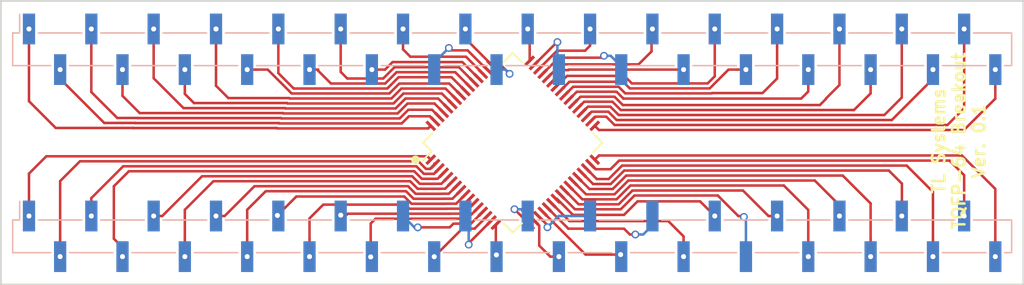
<source format=kicad_pcb>
(kicad_pcb (version 4) (host pcbnew 4.0.7)

  (general
    (links 64)
    (no_connects 0)
    (area 113.462999 82.982999 196.925001 106.247001)
    (thickness 1.6)
    (drawings 7)
    (tracks 489)
    (zones 0)
    (modules 3)
    (nets 65)
  )

  (page A4)
  (layers
    (0 F.Cu signal)
    (31 B.Cu signal)
    (32 B.Adhes user)
    (33 F.Adhes user)
    (34 B.Paste user)
    (35 F.Paste user)
    (36 B.SilkS user)
    (37 F.SilkS user)
    (38 B.Mask user)
    (39 F.Mask user)
    (40 Dwgs.User user)
    (41 Cmts.User user)
    (42 Eco1.User user)
    (43 Eco2.User user)
    (44 Edge.Cuts user)
    (45 Margin user)
    (46 B.CrtYd user)
    (47 F.CrtYd user)
    (48 B.Fab user)
    (49 F.Fab user)
  )

  (setup
    (last_trace_width 0.2032)
    (trace_clearance 0.2032)
    (zone_clearance 0.508)
    (zone_45_only no)
    (trace_min 0.2)
    (segment_width 0.2)
    (edge_width 0.15)
    (via_size 0.635)
    (via_drill 0.4064)
    (via_min_size 0.4)
    (via_min_drill 0.3)
    (uvia_size 0.3)
    (uvia_drill 0.1)
    (uvias_allowed no)
    (uvia_min_size 0.2)
    (uvia_min_drill 0.1)
    (pcb_text_width 0.3)
    (pcb_text_size 1.5 1.5)
    (mod_edge_width 0.15)
    (mod_text_size 1 1)
    (mod_text_width 0.15)
    (pad_size 1.524 1.524)
    (pad_drill 0.762)
    (pad_to_mask_clearance 0.2)
    (aux_axis_origin 0 0)
    (visible_elements 7FFFFFFF)
    (pcbplotparams
      (layerselection 0x010fc_80000001)
      (usegerberextensions false)
      (excludeedgelayer true)
      (linewidth 0.100000)
      (plotframeref false)
      (viasonmask false)
      (mode 1)
      (useauxorigin false)
      (hpglpennumber 1)
      (hpglpenspeed 20)
      (hpglpendiameter 15)
      (hpglpenoverlay 2)
      (psnegative false)
      (psa4output false)
      (plotreference true)
      (plotvalue true)
      (plotinvisibletext false)
      (padsonsilk false)
      (subtractmaskfromsilk false)
      (outputformat 1)
      (mirror false)
      (drillshape 0)
      (scaleselection 1)
      (outputdirectory Gerbers/))
  )

  (net 0 "")
  (net 1 "Net-(J1-Pad1)")
  (net 2 "Net-(J1-Pad2)")
  (net 3 "Net-(J1-Pad3)")
  (net 4 "Net-(J1-Pad4)")
  (net 5 "Net-(J1-Pad5)")
  (net 6 "Net-(J1-Pad6)")
  (net 7 "Net-(J1-Pad7)")
  (net 8 "Net-(J1-Pad8)")
  (net 9 "Net-(J1-Pad9)")
  (net 10 "Net-(J1-Pad10)")
  (net 11 "Net-(J1-Pad11)")
  (net 12 "Net-(J1-Pad12)")
  (net 13 "Net-(J1-Pad13)")
  (net 14 "Net-(J1-Pad14)")
  (net 15 "Net-(J1-Pad15)")
  (net 16 "Net-(J1-Pad16)")
  (net 17 "Net-(J1-Pad17)")
  (net 18 "Net-(J1-Pad18)")
  (net 19 "Net-(J1-Pad19)")
  (net 20 "Net-(J1-Pad20)")
  (net 21 "Net-(J1-Pad21)")
  (net 22 "Net-(J1-Pad22)")
  (net 23 "Net-(J1-Pad23)")
  (net 24 "Net-(J1-Pad24)")
  (net 25 "Net-(J1-Pad25)")
  (net 26 "Net-(J1-Pad26)")
  (net 27 "Net-(J1-Pad27)")
  (net 28 "Net-(J1-Pad28)")
  (net 29 "Net-(J1-Pad29)")
  (net 30 "Net-(J1-Pad30)")
  (net 31 "Net-(J1-Pad31)")
  (net 32 "Net-(J1-Pad32)")
  (net 33 "Net-(J1-Pad33)")
  (net 34 "Net-(J1-Pad34)")
  (net 35 "Net-(J1-Pad35)")
  (net 36 "Net-(J1-Pad36)")
  (net 37 "Net-(J1-Pad37)")
  (net 38 "Net-(J1-Pad38)")
  (net 39 "Net-(J1-Pad39)")
  (net 40 "Net-(J1-Pad40)")
  (net 41 "Net-(J1-Pad41)")
  (net 42 "Net-(J1-Pad42)")
  (net 43 "Net-(J1-Pad43)")
  (net 44 "Net-(J1-Pad44)")
  (net 45 "Net-(J1-Pad45)")
  (net 46 "Net-(J1-Pad46)")
  (net 47 "Net-(J1-Pad47)")
  (net 48 "Net-(J1-Pad48)")
  (net 49 "Net-(J1-Pad49)")
  (net 50 "Net-(J1-Pad50)")
  (net 51 "Net-(J1-Pad51)")
  (net 52 "Net-(J1-Pad52)")
  (net 53 "Net-(J1-Pad53)")
  (net 54 "Net-(J1-Pad54)")
  (net 55 "Net-(J1-Pad55)")
  (net 56 "Net-(J1-Pad56)")
  (net 57 "Net-(J1-Pad57)")
  (net 58 "Net-(J1-Pad58)")
  (net 59 "Net-(J1-Pad59)")
  (net 60 "Net-(J1-Pad60)")
  (net 61 "Net-(J1-Pad61)")
  (net 62 "Net-(J1-Pad62)")
  (net 63 "Net-(J1-Pad63)")
  (net 64 "Net-(J1-Pad64)")

  (net_class Default "This is the default net class."
    (clearance 0.2032)
    (trace_width 0.2032)
    (via_dia 0.635)
    (via_drill 0.4064)
    (uvia_dia 0.3)
    (uvia_drill 0.1)
    (add_net "Net-(J1-Pad1)")
    (add_net "Net-(J1-Pad10)")
    (add_net "Net-(J1-Pad11)")
    (add_net "Net-(J1-Pad12)")
    (add_net "Net-(J1-Pad13)")
    (add_net "Net-(J1-Pad14)")
    (add_net "Net-(J1-Pad15)")
    (add_net "Net-(J1-Pad16)")
    (add_net "Net-(J1-Pad17)")
    (add_net "Net-(J1-Pad18)")
    (add_net "Net-(J1-Pad19)")
    (add_net "Net-(J1-Pad2)")
    (add_net "Net-(J1-Pad20)")
    (add_net "Net-(J1-Pad21)")
    (add_net "Net-(J1-Pad22)")
    (add_net "Net-(J1-Pad23)")
    (add_net "Net-(J1-Pad24)")
    (add_net "Net-(J1-Pad25)")
    (add_net "Net-(J1-Pad26)")
    (add_net "Net-(J1-Pad27)")
    (add_net "Net-(J1-Pad28)")
    (add_net "Net-(J1-Pad29)")
    (add_net "Net-(J1-Pad3)")
    (add_net "Net-(J1-Pad30)")
    (add_net "Net-(J1-Pad31)")
    (add_net "Net-(J1-Pad32)")
    (add_net "Net-(J1-Pad33)")
    (add_net "Net-(J1-Pad34)")
    (add_net "Net-(J1-Pad35)")
    (add_net "Net-(J1-Pad36)")
    (add_net "Net-(J1-Pad37)")
    (add_net "Net-(J1-Pad38)")
    (add_net "Net-(J1-Pad39)")
    (add_net "Net-(J1-Pad4)")
    (add_net "Net-(J1-Pad40)")
    (add_net "Net-(J1-Pad41)")
    (add_net "Net-(J1-Pad42)")
    (add_net "Net-(J1-Pad43)")
    (add_net "Net-(J1-Pad44)")
    (add_net "Net-(J1-Pad45)")
    (add_net "Net-(J1-Pad46)")
    (add_net "Net-(J1-Pad47)")
    (add_net "Net-(J1-Pad48)")
    (add_net "Net-(J1-Pad49)")
    (add_net "Net-(J1-Pad5)")
    (add_net "Net-(J1-Pad50)")
    (add_net "Net-(J1-Pad51)")
    (add_net "Net-(J1-Pad52)")
    (add_net "Net-(J1-Pad53)")
    (add_net "Net-(J1-Pad54)")
    (add_net "Net-(J1-Pad55)")
    (add_net "Net-(J1-Pad56)")
    (add_net "Net-(J1-Pad57)")
    (add_net "Net-(J1-Pad58)")
    (add_net "Net-(J1-Pad59)")
    (add_net "Net-(J1-Pad6)")
    (add_net "Net-(J1-Pad60)")
    (add_net "Net-(J1-Pad61)")
    (add_net "Net-(J1-Pad62)")
    (add_net "Net-(J1-Pad63)")
    (add_net "Net-(J1-Pad64)")
    (add_net "Net-(J1-Pad7)")
    (add_net "Net-(J1-Pad8)")
    (add_net "Net-(J1-Pad9)")
  )

  (module Housings_QFP:LQFP-64_10x10mm_Pitch0.5mm (layer F.Cu) (tedit 5A906F2C) (tstamp 5A8F0261)
    (at 155.2448 94.615 45)
    (descr "64 LEAD LQFP 10x10mm (see MICREL LQFP10x10-64LD-PL-1.pdf)")
    (tags "QFP 0.5")
    (path /5A8F006B)
    (attr smd)
    (fp_text reference J1 (at 0.161645 -3.214932 45) (layer F.SilkS) hide
      (effects (font (size 1 1) (thickness 0.15)))
    )
    (fp_text value Conn_02x32_Counter_Clockwise (at 35.367841 36.592748 45) (layer F.Fab) hide
      (effects (font (size 0.508 0.508) (thickness 0.127)))
    )
    (fp_text user %R (at 0.305329 -3.240076 45) (layer F.Fab) hide
      (effects (font (size 1 1) (thickness 0.15)))
    )
    (fp_line (start -4 -5) (end 5 -5) (layer F.Fab) (width 0.15))
    (fp_line (start 5 -5) (end 5 5) (layer F.Fab) (width 0.15))
    (fp_line (start 5 5) (end -5 5) (layer F.Fab) (width 0.15))
    (fp_line (start -5 5) (end -5 -4) (layer F.Fab) (width 0.15))
    (fp_line (start -5 -4) (end -4 -5) (layer F.Fab) (width 0.15))
    (fp_line (start -6.45 -6.45) (end -6.45 6.45) (layer F.CrtYd) (width 0.05))
    (fp_line (start 6.45 -6.45) (end 6.45 6.45) (layer F.CrtYd) (width 0.05))
    (fp_line (start -6.45 -6.45) (end 6.45 -6.45) (layer F.CrtYd) (width 0.05))
    (fp_line (start -6.45 6.45) (end 6.45 6.45) (layer F.CrtYd) (width 0.05))
    (fp_line (start -5.175 -5.175) (end -5.175 -4.175) (layer F.SilkS) (width 0.15))
    (fp_line (start 5.175 -5.175) (end 5.175 -4.1) (layer F.SilkS) (width 0.15))
    (fp_line (start 5.175 5.175) (end 5.175 4.1) (layer F.SilkS) (width 0.15))
    (fp_line (start -5.175 5.175) (end -5.175 4.1) (layer F.SilkS) (width 0.15))
    (fp_line (start -5.175 -5.175) (end -4.1 -5.175) (layer F.SilkS) (width 0.15))
    (fp_line (start -5.175 5.175) (end -4.1 5.175) (layer F.SilkS) (width 0.15))
    (fp_line (start 5.175 5.175) (end 4.1 5.175) (layer F.SilkS) (width 0.15))
    (fp_line (start 5.175 -5.175) (end 4.1 -5.175) (layer F.SilkS) (width 0.15))
    (fp_line (start -5.175 -4.175) (end -6.2 -4.175) (layer F.SilkS) (width 0.15))
    (pad 1 smd rect (at -5.7 -3.75 45) (size 1 0.25) (layers F.Cu F.Paste F.Mask)
      (net 1 "Net-(J1-Pad1)"))
    (pad 2 smd rect (at -5.7 -3.25 45) (size 1 0.25) (layers F.Cu F.Paste F.Mask)
      (net 2 "Net-(J1-Pad2)"))
    (pad 3 smd rect (at -5.7 -2.75 45) (size 1 0.25) (layers F.Cu F.Paste F.Mask)
      (net 3 "Net-(J1-Pad3)"))
    (pad 4 smd rect (at -5.7 -2.25 45) (size 1 0.25) (layers F.Cu F.Paste F.Mask)
      (net 4 "Net-(J1-Pad4)"))
    (pad 5 smd rect (at -5.7 -1.75 45) (size 1 0.25) (layers F.Cu F.Paste F.Mask)
      (net 5 "Net-(J1-Pad5)"))
    (pad 6 smd rect (at -5.7 -1.25 45) (size 1 0.25) (layers F.Cu F.Paste F.Mask)
      (net 6 "Net-(J1-Pad6)"))
    (pad 7 smd rect (at -5.7 -0.75 45) (size 1 0.25) (layers F.Cu F.Paste F.Mask)
      (net 7 "Net-(J1-Pad7)"))
    (pad 8 smd rect (at -5.7 -0.25 45) (size 1 0.25) (layers F.Cu F.Paste F.Mask)
      (net 8 "Net-(J1-Pad8)"))
    (pad 9 smd rect (at -5.7 0.25 45) (size 1 0.25) (layers F.Cu F.Paste F.Mask)
      (net 9 "Net-(J1-Pad9)"))
    (pad 10 smd rect (at -5.7 0.75 45) (size 1 0.25) (layers F.Cu F.Paste F.Mask)
      (net 10 "Net-(J1-Pad10)"))
    (pad 11 smd rect (at -5.7 1.25 45) (size 1 0.25) (layers F.Cu F.Paste F.Mask)
      (net 11 "Net-(J1-Pad11)"))
    (pad 12 smd rect (at -5.7 1.75 45) (size 1 0.25) (layers F.Cu F.Paste F.Mask)
      (net 12 "Net-(J1-Pad12)"))
    (pad 13 smd rect (at -5.7 2.25 45) (size 1 0.25) (layers F.Cu F.Paste F.Mask)
      (net 13 "Net-(J1-Pad13)"))
    (pad 14 smd rect (at -5.7 2.75 45) (size 1 0.25) (layers F.Cu F.Paste F.Mask)
      (net 14 "Net-(J1-Pad14)"))
    (pad 15 smd rect (at -5.7 3.25 45) (size 1 0.25) (layers F.Cu F.Paste F.Mask)
      (net 15 "Net-(J1-Pad15)"))
    (pad 16 smd rect (at -5.7 3.75 45) (size 1 0.25) (layers F.Cu F.Paste F.Mask)
      (net 16 "Net-(J1-Pad16)"))
    (pad 17 smd rect (at -3.75 5.7 135) (size 1 0.25) (layers F.Cu F.Paste F.Mask)
      (net 17 "Net-(J1-Pad17)"))
    (pad 18 smd rect (at -3.25 5.7 135) (size 1 0.25) (layers F.Cu F.Paste F.Mask)
      (net 18 "Net-(J1-Pad18)"))
    (pad 19 smd rect (at -2.75 5.7 135) (size 1 0.25) (layers F.Cu F.Paste F.Mask)
      (net 19 "Net-(J1-Pad19)"))
    (pad 20 smd rect (at -2.25 5.7 135) (size 1 0.25) (layers F.Cu F.Paste F.Mask)
      (net 20 "Net-(J1-Pad20)"))
    (pad 21 smd rect (at -1.75 5.7 135) (size 1 0.25) (layers F.Cu F.Paste F.Mask)
      (net 21 "Net-(J1-Pad21)"))
    (pad 22 smd rect (at -1.25 5.7 135) (size 1 0.25) (layers F.Cu F.Paste F.Mask)
      (net 22 "Net-(J1-Pad22)"))
    (pad 23 smd rect (at -0.75 5.7 135) (size 1 0.25) (layers F.Cu F.Paste F.Mask)
      (net 23 "Net-(J1-Pad23)"))
    (pad 24 smd rect (at -0.25 5.7 135) (size 1 0.25) (layers F.Cu F.Paste F.Mask)
      (net 24 "Net-(J1-Pad24)"))
    (pad 25 smd rect (at 0.25 5.7 135) (size 1 0.25) (layers F.Cu F.Paste F.Mask)
      (net 25 "Net-(J1-Pad25)"))
    (pad 26 smd rect (at 0.75 5.7 135) (size 1 0.25) (layers F.Cu F.Paste F.Mask)
      (net 26 "Net-(J1-Pad26)"))
    (pad 27 smd rect (at 1.25 5.7 135) (size 1 0.25) (layers F.Cu F.Paste F.Mask)
      (net 27 "Net-(J1-Pad27)"))
    (pad 28 smd rect (at 1.75 5.7 135) (size 1 0.25) (layers F.Cu F.Paste F.Mask)
      (net 28 "Net-(J1-Pad28)"))
    (pad 29 smd rect (at 2.25 5.7 135) (size 1 0.25) (layers F.Cu F.Paste F.Mask)
      (net 29 "Net-(J1-Pad29)"))
    (pad 30 smd rect (at 2.75 5.7 135) (size 1 0.25) (layers F.Cu F.Paste F.Mask)
      (net 30 "Net-(J1-Pad30)"))
    (pad 31 smd rect (at 3.25 5.7 135) (size 1 0.25) (layers F.Cu F.Paste F.Mask)
      (net 31 "Net-(J1-Pad31)"))
    (pad 32 smd rect (at 3.75 5.7 135) (size 1 0.25) (layers F.Cu F.Paste F.Mask)
      (net 32 "Net-(J1-Pad32)"))
    (pad 33 smd rect (at 5.7 3.75 45) (size 1 0.25) (layers F.Cu F.Paste F.Mask)
      (net 33 "Net-(J1-Pad33)"))
    (pad 34 smd rect (at 5.7 3.25 45) (size 1 0.25) (layers F.Cu F.Paste F.Mask)
      (net 34 "Net-(J1-Pad34)"))
    (pad 35 smd rect (at 5.7 2.75 45) (size 1 0.25) (layers F.Cu F.Paste F.Mask)
      (net 35 "Net-(J1-Pad35)"))
    (pad 36 smd rect (at 5.7 2.25 45) (size 1 0.25) (layers F.Cu F.Paste F.Mask)
      (net 36 "Net-(J1-Pad36)"))
    (pad 37 smd rect (at 5.7 1.75 45) (size 1 0.25) (layers F.Cu F.Paste F.Mask)
      (net 37 "Net-(J1-Pad37)"))
    (pad 38 smd rect (at 5.7 1.25 45) (size 1 0.25) (layers F.Cu F.Paste F.Mask)
      (net 38 "Net-(J1-Pad38)"))
    (pad 39 smd rect (at 5.7 0.75 45) (size 1 0.25) (layers F.Cu F.Paste F.Mask)
      (net 39 "Net-(J1-Pad39)"))
    (pad 40 smd rect (at 5.7 0.25 45) (size 1 0.25) (layers F.Cu F.Paste F.Mask)
      (net 40 "Net-(J1-Pad40)"))
    (pad 41 smd rect (at 5.7 -0.25 45) (size 1 0.25) (layers F.Cu F.Paste F.Mask)
      (net 41 "Net-(J1-Pad41)"))
    (pad 42 smd rect (at 5.7 -0.75 45) (size 1 0.25) (layers F.Cu F.Paste F.Mask)
      (net 42 "Net-(J1-Pad42)"))
    (pad 43 smd rect (at 5.7 -1.25 45) (size 1 0.25) (layers F.Cu F.Paste F.Mask)
      (net 43 "Net-(J1-Pad43)"))
    (pad 44 smd rect (at 5.7 -1.75 45) (size 1 0.25) (layers F.Cu F.Paste F.Mask)
      (net 44 "Net-(J1-Pad44)"))
    (pad 45 smd rect (at 5.7 -2.25 45) (size 1 0.25) (layers F.Cu F.Paste F.Mask)
      (net 45 "Net-(J1-Pad45)"))
    (pad 46 smd rect (at 5.7 -2.75 45) (size 1 0.25) (layers F.Cu F.Paste F.Mask)
      (net 46 "Net-(J1-Pad46)"))
    (pad 47 smd rect (at 5.7 -3.25 45) (size 1 0.25) (layers F.Cu F.Paste F.Mask)
      (net 47 "Net-(J1-Pad47)"))
    (pad 48 smd rect (at 5.7 -3.75 45) (size 1 0.25) (layers F.Cu F.Paste F.Mask)
      (net 48 "Net-(J1-Pad48)"))
    (pad 49 smd rect (at 3.75 -5.7 135) (size 1 0.25) (layers F.Cu F.Paste F.Mask)
      (net 49 "Net-(J1-Pad49)"))
    (pad 50 smd rect (at 3.25 -5.7 135) (size 1 0.25) (layers F.Cu F.Paste F.Mask)
      (net 50 "Net-(J1-Pad50)"))
    (pad 51 smd rect (at 2.75 -5.7 135) (size 1 0.25) (layers F.Cu F.Paste F.Mask)
      (net 51 "Net-(J1-Pad51)"))
    (pad 52 smd rect (at 2.25 -5.7 135) (size 1 0.25) (layers F.Cu F.Paste F.Mask)
      (net 52 "Net-(J1-Pad52)"))
    (pad 53 smd rect (at 1.75 -5.7 135) (size 1 0.25) (layers F.Cu F.Paste F.Mask)
      (net 53 "Net-(J1-Pad53)"))
    (pad 54 smd rect (at 1.25 -5.7 135) (size 1 0.25) (layers F.Cu F.Paste F.Mask)
      (net 54 "Net-(J1-Pad54)"))
    (pad 55 smd rect (at 0.75 -5.7 135) (size 1 0.25) (layers F.Cu F.Paste F.Mask)
      (net 55 "Net-(J1-Pad55)"))
    (pad 56 smd rect (at 0.25 -5.7 135) (size 1 0.25) (layers F.Cu F.Paste F.Mask)
      (net 56 "Net-(J1-Pad56)"))
    (pad 57 smd rect (at -0.25 -5.7 135) (size 1 0.25) (layers F.Cu F.Paste F.Mask)
      (net 57 "Net-(J1-Pad57)"))
    (pad 58 smd rect (at -0.75 -5.7 135) (size 1 0.25) (layers F.Cu F.Paste F.Mask)
      (net 58 "Net-(J1-Pad58)"))
    (pad 59 smd rect (at -1.25 -5.7 135) (size 1 0.25) (layers F.Cu F.Paste F.Mask)
      (net 59 "Net-(J1-Pad59)"))
    (pad 60 smd rect (at -1.75 -5.7 135) (size 1 0.25) (layers F.Cu F.Paste F.Mask)
      (net 60 "Net-(J1-Pad60)"))
    (pad 61 smd rect (at -2.25 -5.7 135) (size 1 0.25) (layers F.Cu F.Paste F.Mask)
      (net 61 "Net-(J1-Pad61)"))
    (pad 62 smd rect (at -2.75 -5.7 135) (size 1 0.25) (layers F.Cu F.Paste F.Mask)
      (net 62 "Net-(J1-Pad62)"))
    (pad 63 smd rect (at -3.25 -5.7 135) (size 1 0.25) (layers F.Cu F.Paste F.Mask)
      (net 63 "Net-(J1-Pad63)"))
    (pad 64 smd rect (at -3.75 -5.7 135) (size 1 0.25) (layers F.Cu F.Paste F.Mask)
      (net 64 "Net-(J1-Pad64)"))
    (model ${KISYS3DMOD}/Housings_QFP.3dshapes/LQFP-64_10x10mm_Pitch0.5mm.wrl
      (at (xyz 0 0 0))
      (scale (xyz 1 1 1))
      (rotate (xyz 0 0 0))
    )
  )

  (module Pin_Headers:Pin_Header_Straight_1x32_Pitch2.54mm_SMD_Pin1Left locked (layer B.Cu) (tedit 5A906F64) (tstamp 5A8F22C9)
    (at 155.194 102.239 270)
    (descr "surface-mounted straight pin header, 1x32, 2.54mm pitch, single row, style 1 (pin 1 left)")
    (tags "Surface mounted pin header SMD 1x32 2.54mm single row style1 pin1 left")
    (path /5A8F032F)
    (attr smd)
    (fp_text reference J2 (at -4.82492 40.64 270) (layer B.SilkS) hide
      (effects (font (size 1 1) (thickness 0.15)) (justify mirror))
    )
    (fp_text value Conn_01x32 (at -0.46628 -44.90212 270) (layer B.Fab) hide
      (effects (font (size 0.508 0.508) (thickness 0.127)) (justify mirror))
    )
    (fp_line (start 1.27 -40.64) (end -1.27 -40.64) (layer B.Fab) (width 0.1))
    (fp_line (start -0.32 40.64) (end 1.27 40.64) (layer B.Fab) (width 0.1))
    (fp_line (start -1.27 -40.64) (end -1.27 39.69) (layer B.Fab) (width 0.1))
    (fp_line (start -1.27 39.69) (end -0.32 40.64) (layer B.Fab) (width 0.1))
    (fp_line (start 1.27 40.64) (end 1.27 -40.64) (layer B.Fab) (width 0.1))
    (fp_line (start -1.27 39.69) (end -2.54 39.69) (layer B.Fab) (width 0.1))
    (fp_line (start -2.54 39.69) (end -2.54 39.05) (layer B.Fab) (width 0.1))
    (fp_line (start -2.54 39.05) (end -1.27 39.05) (layer B.Fab) (width 0.1))
    (fp_line (start -1.27 34.61) (end -2.54 34.61) (layer B.Fab) (width 0.1))
    (fp_line (start -2.54 34.61) (end -2.54 33.97) (layer B.Fab) (width 0.1))
    (fp_line (start -2.54 33.97) (end -1.27 33.97) (layer B.Fab) (width 0.1))
    (fp_line (start -1.27 29.53) (end -2.54 29.53) (layer B.Fab) (width 0.1))
    (fp_line (start -2.54 29.53) (end -2.54 28.89) (layer B.Fab) (width 0.1))
    (fp_line (start -2.54 28.89) (end -1.27 28.89) (layer B.Fab) (width 0.1))
    (fp_line (start -1.27 24.45) (end -2.54 24.45) (layer B.Fab) (width 0.1))
    (fp_line (start -2.54 24.45) (end -2.54 23.81) (layer B.Fab) (width 0.1))
    (fp_line (start -2.54 23.81) (end -1.27 23.81) (layer B.Fab) (width 0.1))
    (fp_line (start -1.27 19.37) (end -2.54 19.37) (layer B.Fab) (width 0.1))
    (fp_line (start -2.54 19.37) (end -2.54 18.73) (layer B.Fab) (width 0.1))
    (fp_line (start -2.54 18.73) (end -1.27 18.73) (layer B.Fab) (width 0.1))
    (fp_line (start -1.27 14.29) (end -2.54 14.29) (layer B.Fab) (width 0.1))
    (fp_line (start -2.54 14.29) (end -2.54 13.65) (layer B.Fab) (width 0.1))
    (fp_line (start -2.54 13.65) (end -1.27 13.65) (layer B.Fab) (width 0.1))
    (fp_line (start -1.27 9.21) (end -2.54 9.21) (layer B.Fab) (width 0.1))
    (fp_line (start -2.54 9.21) (end -2.54 8.57) (layer B.Fab) (width 0.1))
    (fp_line (start -2.54 8.57) (end -1.27 8.57) (layer B.Fab) (width 0.1))
    (fp_line (start -1.27 4.13) (end -2.54 4.13) (layer B.Fab) (width 0.1))
    (fp_line (start -2.54 4.13) (end -2.54 3.49) (layer B.Fab) (width 0.1))
    (fp_line (start -2.54 3.49) (end -1.27 3.49) (layer B.Fab) (width 0.1))
    (fp_line (start -1.27 -0.95) (end -2.54 -0.95) (layer B.Fab) (width 0.1))
    (fp_line (start -2.54 -0.95) (end -2.54 -1.59) (layer B.Fab) (width 0.1))
    (fp_line (start -2.54 -1.59) (end -1.27 -1.59) (layer B.Fab) (width 0.1))
    (fp_line (start -1.27 -6.03) (end -2.54 -6.03) (layer B.Fab) (width 0.1))
    (fp_line (start -2.54 -6.03) (end -2.54 -6.67) (layer B.Fab) (width 0.1))
    (fp_line (start -2.54 -6.67) (end -1.27 -6.67) (layer B.Fab) (width 0.1))
    (fp_line (start -1.27 -11.11) (end -2.54 -11.11) (layer B.Fab) (width 0.1))
    (fp_line (start -2.54 -11.11) (end -2.54 -11.75) (layer B.Fab) (width 0.1))
    (fp_line (start -2.54 -11.75) (end -1.27 -11.75) (layer B.Fab) (width 0.1))
    (fp_line (start -1.27 -16.19) (end -2.54 -16.19) (layer B.Fab) (width 0.1))
    (fp_line (start -2.54 -16.19) (end -2.54 -16.83) (layer B.Fab) (width 0.1))
    (fp_line (start -2.54 -16.83) (end -1.27 -16.83) (layer B.Fab) (width 0.1))
    (fp_line (start -1.27 -21.27) (end -2.54 -21.27) (layer B.Fab) (width 0.1))
    (fp_line (start -2.54 -21.27) (end -2.54 -21.91) (layer B.Fab) (width 0.1))
    (fp_line (start -2.54 -21.91) (end -1.27 -21.91) (layer B.Fab) (width 0.1))
    (fp_line (start -1.27 -26.35) (end -2.54 -26.35) (layer B.Fab) (width 0.1))
    (fp_line (start -2.54 -26.35) (end -2.54 -26.99) (layer B.Fab) (width 0.1))
    (fp_line (start -2.54 -26.99) (end -1.27 -26.99) (layer B.Fab) (width 0.1))
    (fp_line (start -1.27 -31.43) (end -2.54 -31.43) (layer B.Fab) (width 0.1))
    (fp_line (start -2.54 -31.43) (end -2.54 -32.07) (layer B.Fab) (width 0.1))
    (fp_line (start -2.54 -32.07) (end -1.27 -32.07) (layer B.Fab) (width 0.1))
    (fp_line (start -1.27 -36.51) (end -2.54 -36.51) (layer B.Fab) (width 0.1))
    (fp_line (start -2.54 -36.51) (end -2.54 -37.15) (layer B.Fab) (width 0.1))
    (fp_line (start -2.54 -37.15) (end -1.27 -37.15) (layer B.Fab) (width 0.1))
    (fp_line (start 1.27 37.15) (end 2.54 37.15) (layer B.Fab) (width 0.1))
    (fp_line (start 2.54 37.15) (end 2.54 36.51) (layer B.Fab) (width 0.1))
    (fp_line (start 2.54 36.51) (end 1.27 36.51) (layer B.Fab) (width 0.1))
    (fp_line (start 1.27 32.07) (end 2.54 32.07) (layer B.Fab) (width 0.1))
    (fp_line (start 2.54 32.07) (end 2.54 31.43) (layer B.Fab) (width 0.1))
    (fp_line (start 2.54 31.43) (end 1.27 31.43) (layer B.Fab) (width 0.1))
    (fp_line (start 1.27 26.99) (end 2.54 26.99) (layer B.Fab) (width 0.1))
    (fp_line (start 2.54 26.99) (end 2.54 26.35) (layer B.Fab) (width 0.1))
    (fp_line (start 2.54 26.35) (end 1.27 26.35) (layer B.Fab) (width 0.1))
    (fp_line (start 1.27 21.91) (end 2.54 21.91) (layer B.Fab) (width 0.1))
    (fp_line (start 2.54 21.91) (end 2.54 21.27) (layer B.Fab) (width 0.1))
    (fp_line (start 2.54 21.27) (end 1.27 21.27) (layer B.Fab) (width 0.1))
    (fp_line (start 1.27 16.83) (end 2.54 16.83) (layer B.Fab) (width 0.1))
    (fp_line (start 2.54 16.83) (end 2.54 16.19) (layer B.Fab) (width 0.1))
    (fp_line (start 2.54 16.19) (end 1.27 16.19) (layer B.Fab) (width 0.1))
    (fp_line (start 1.27 11.75) (end 2.54 11.75) (layer B.Fab) (width 0.1))
    (fp_line (start 2.54 11.75) (end 2.54 11.11) (layer B.Fab) (width 0.1))
    (fp_line (start 2.54 11.11) (end 1.27 11.11) (layer B.Fab) (width 0.1))
    (fp_line (start 1.27 6.67) (end 2.54 6.67) (layer B.Fab) (width 0.1))
    (fp_line (start 2.54 6.67) (end 2.54 6.03) (layer B.Fab) (width 0.1))
    (fp_line (start 2.54 6.03) (end 1.27 6.03) (layer B.Fab) (width 0.1))
    (fp_line (start 1.27 1.59) (end 2.54 1.59) (layer B.Fab) (width 0.1))
    (fp_line (start 2.54 1.59) (end 2.54 0.95) (layer B.Fab) (width 0.1))
    (fp_line (start 2.54 0.95) (end 1.27 0.95) (layer B.Fab) (width 0.1))
    (fp_line (start 1.27 -3.49) (end 2.54 -3.49) (layer B.Fab) (width 0.1))
    (fp_line (start 2.54 -3.49) (end 2.54 -4.13) (layer B.Fab) (width 0.1))
    (fp_line (start 2.54 -4.13) (end 1.27 -4.13) (layer B.Fab) (width 0.1))
    (fp_line (start 1.27 -8.57) (end 2.54 -8.57) (layer B.Fab) (width 0.1))
    (fp_line (start 2.54 -8.57) (end 2.54 -9.21) (layer B.Fab) (width 0.1))
    (fp_line (start 2.54 -9.21) (end 1.27 -9.21) (layer B.Fab) (width 0.1))
    (fp_line (start 1.27 -13.65) (end 2.54 -13.65) (layer B.Fab) (width 0.1))
    (fp_line (start 2.54 -13.65) (end 2.54 -14.29) (layer B.Fab) (width 0.1))
    (fp_line (start 2.54 -14.29) (end 1.27 -14.29) (layer B.Fab) (width 0.1))
    (fp_line (start 1.27 -18.73) (end 2.54 -18.73) (layer B.Fab) (width 0.1))
    (fp_line (start 2.54 -18.73) (end 2.54 -19.37) (layer B.Fab) (width 0.1))
    (fp_line (start 2.54 -19.37) (end 1.27 -19.37) (layer B.Fab) (width 0.1))
    (fp_line (start 1.27 -23.81) (end 2.54 -23.81) (layer B.Fab) (width 0.1))
    (fp_line (start 2.54 -23.81) (end 2.54 -24.45) (layer B.Fab) (width 0.1))
    (fp_line (start 2.54 -24.45) (end 1.27 -24.45) (layer B.Fab) (width 0.1))
    (fp_line (start 1.27 -28.89) (end 2.54 -28.89) (layer B.Fab) (width 0.1))
    (fp_line (start 2.54 -28.89) (end 2.54 -29.53) (layer B.Fab) (width 0.1))
    (fp_line (start 2.54 -29.53) (end 1.27 -29.53) (layer B.Fab) (width 0.1))
    (fp_line (start 1.27 -33.97) (end 2.54 -33.97) (layer B.Fab) (width 0.1))
    (fp_line (start 2.54 -33.97) (end 2.54 -34.61) (layer B.Fab) (width 0.1))
    (fp_line (start 2.54 -34.61) (end 1.27 -34.61) (layer B.Fab) (width 0.1))
    (fp_line (start 1.27 -39.05) (end 2.54 -39.05) (layer B.Fab) (width 0.1))
    (fp_line (start 2.54 -39.05) (end 2.54 -39.69) (layer B.Fab) (width 0.1))
    (fp_line (start 2.54 -39.69) (end 1.27 -39.69) (layer B.Fab) (width 0.1))
    (fp_line (start -1.33 40.7) (end 1.33 40.7) (layer B.SilkS) (width 0.12))
    (fp_line (start -1.33 -40.7) (end 1.33 -40.7) (layer B.SilkS) (width 0.12))
    (fp_line (start 1.33 40.7) (end 1.33 37.59) (layer B.SilkS) (width 0.12))
    (fp_line (start -1.33 40.13) (end -2.85 40.13) (layer B.SilkS) (width 0.12))
    (fp_line (start -1.33 40.7) (end -1.33 40.13) (layer B.SilkS) (width 0.12))
    (fp_line (start 1.33 -40.13) (end 1.33 -40.7) (layer B.SilkS) (width 0.12))
    (fp_line (start 1.33 36.07) (end 1.33 32.51) (layer B.SilkS) (width 0.12))
    (fp_line (start 1.33 30.99) (end 1.33 27.43) (layer B.SilkS) (width 0.12))
    (fp_line (start 1.33 25.91) (end 1.33 22.35) (layer B.SilkS) (width 0.12))
    (fp_line (start 1.33 20.83) (end 1.33 17.27) (layer B.SilkS) (width 0.12))
    (fp_line (start 1.33 15.75) (end 1.33 12.19) (layer B.SilkS) (width 0.12))
    (fp_line (start 1.33 10.67) (end 1.33 7.11) (layer B.SilkS) (width 0.12))
    (fp_line (start 1.33 5.59) (end 1.33 2.03) (layer B.SilkS) (width 0.12))
    (fp_line (start 1.33 0.51) (end 1.33 -3.05) (layer B.SilkS) (width 0.12))
    (fp_line (start 1.33 -4.57) (end 1.33 -8.13) (layer B.SilkS) (width 0.12))
    (fp_line (start 1.33 -9.65) (end 1.33 -13.21) (layer B.SilkS) (width 0.12))
    (fp_line (start 1.33 -14.73) (end 1.33 -18.29) (layer B.SilkS) (width 0.12))
    (fp_line (start 1.33 -19.81) (end 1.33 -23.37) (layer B.SilkS) (width 0.12))
    (fp_line (start 1.33 -24.89) (end 1.33 -28.45) (layer B.SilkS) (width 0.12))
    (fp_line (start 1.33 -29.97) (end 1.33 -33.53) (layer B.SilkS) (width 0.12))
    (fp_line (start 1.33 -35.05) (end 1.33 -38.61) (layer B.SilkS) (width 0.12))
    (fp_line (start -1.33 38.61) (end -1.33 35.05) (layer B.SilkS) (width 0.12))
    (fp_line (start -1.33 33.53) (end -1.33 29.97) (layer B.SilkS) (width 0.12))
    (fp_line (start -1.33 28.45) (end -1.33 24.89) (layer B.SilkS) (width 0.12))
    (fp_line (start -1.33 23.37) (end -1.33 19.81) (layer B.SilkS) (width 0.12))
    (fp_line (start -1.33 18.29) (end -1.33 14.73) (layer B.SilkS) (width 0.12))
    (fp_line (start -1.33 13.21) (end -1.33 9.65) (layer B.SilkS) (width 0.12))
    (fp_line (start -1.33 8.13) (end -1.33 4.57) (layer B.SilkS) (width 0.12))
    (fp_line (start -1.33 3.05) (end -1.33 -0.51) (layer B.SilkS) (width 0.12))
    (fp_line (start -1.33 -2.03) (end -1.33 -5.59) (layer B.SilkS) (width 0.12))
    (fp_line (start -1.33 -7.11) (end -1.33 -10.67) (layer B.SilkS) (width 0.12))
    (fp_line (start -1.33 -12.19) (end -1.33 -15.75) (layer B.SilkS) (width 0.12))
    (fp_line (start -1.33 -17.27) (end -1.33 -20.83) (layer B.SilkS) (width 0.12))
    (fp_line (start -1.33 -22.35) (end -1.33 -25.91) (layer B.SilkS) (width 0.12))
    (fp_line (start -1.33 -27.43) (end -1.33 -30.99) (layer B.SilkS) (width 0.12))
    (fp_line (start -1.33 -32.51) (end -1.33 -36.07) (layer B.SilkS) (width 0.12))
    (fp_line (start -1.33 -37.59) (end -1.33 -40.7) (layer B.SilkS) (width 0.12))
    (fp_line (start -3.45 41.15) (end -3.45 -41.15) (layer B.CrtYd) (width 0.05))
    (fp_line (start -3.45 -41.15) (end 3.45 -41.15) (layer B.CrtYd) (width 0.05))
    (fp_line (start 3.45 -41.15) (end 3.45 41.15) (layer B.CrtYd) (width 0.05))
    (fp_line (start 3.45 41.15) (end -3.45 41.15) (layer B.CrtYd) (width 0.05))
    (fp_text user %R (at -5.58184 -40.58158 360) (layer B.Fab) hide
      (effects (font (size 1 1) (thickness 0.15)) (justify mirror))
    )
    (pad 1 smd rect (at -1.655 39.37 270) (size 2.51 1) (layers B.Cu B.Paste B.Mask)
      (net 1 "Net-(J1-Pad1)"))
    (pad 3 smd rect (at -1.655 34.29 270) (size 2.51 1) (layers B.Cu B.Paste B.Mask)
      (net 3 "Net-(J1-Pad3)"))
    (pad 5 smd rect (at -1.655 29.21 270) (size 2.51 1) (layers B.Cu B.Paste B.Mask)
      (net 5 "Net-(J1-Pad5)"))
    (pad 7 smd rect (at -1.655 24.13 270) (size 2.51 1) (layers B.Cu B.Paste B.Mask)
      (net 7 "Net-(J1-Pad7)"))
    (pad 9 smd rect (at -1.655 19.05 270) (size 2.51 1) (layers B.Cu B.Paste B.Mask)
      (net 9 "Net-(J1-Pad9)"))
    (pad 11 smd rect (at -1.655 13.97 270) (size 2.51 1) (layers B.Cu B.Paste B.Mask)
      (net 11 "Net-(J1-Pad11)"))
    (pad 13 smd rect (at -1.655 8.89 270) (size 2.51 1) (layers B.Cu B.Paste B.Mask)
      (net 13 "Net-(J1-Pad13)"))
    (pad 15 smd rect (at -1.655 3.81 270) (size 2.51 1) (layers B.Cu B.Paste B.Mask)
      (net 15 "Net-(J1-Pad15)"))
    (pad 17 smd rect (at -1.655 -1.27 270) (size 2.51 1) (layers B.Cu B.Paste B.Mask)
      (net 17 "Net-(J1-Pad17)"))
    (pad 19 smd rect (at -1.655 -6.35 270) (size 2.51 1) (layers B.Cu B.Paste B.Mask)
      (net 19 "Net-(J1-Pad19)"))
    (pad 21 smd rect (at -1.655 -11.43 270) (size 2.51 1) (layers B.Cu B.Paste B.Mask)
      (net 21 "Net-(J1-Pad21)"))
    (pad 23 smd rect (at -1.655 -16.51 270) (size 2.51 1) (layers B.Cu B.Paste B.Mask)
      (net 23 "Net-(J1-Pad23)"))
    (pad 25 smd rect (at -1.655 -21.59 270) (size 2.51 1) (layers B.Cu B.Paste B.Mask)
      (net 25 "Net-(J1-Pad25)"))
    (pad 27 smd rect (at -1.655 -26.67 270) (size 2.51 1) (layers B.Cu B.Paste B.Mask)
      (net 27 "Net-(J1-Pad27)"))
    (pad 29 smd rect (at -1.655 -31.75 270) (size 2.51 1) (layers B.Cu B.Paste B.Mask)
      (net 29 "Net-(J1-Pad29)"))
    (pad 31 smd rect (at -1.655 -36.83 270) (size 2.51 1) (layers B.Cu B.Paste B.Mask)
      (net 31 "Net-(J1-Pad31)"))
    (pad 2 smd rect (at 1.655 36.83 270) (size 2.51 1) (layers B.Cu B.Paste B.Mask)
      (net 2 "Net-(J1-Pad2)"))
    (pad 4 smd rect (at 1.655 31.75 270) (size 2.51 1) (layers B.Cu B.Paste B.Mask)
      (net 4 "Net-(J1-Pad4)"))
    (pad 6 smd rect (at 1.655 26.67 270) (size 2.51 1) (layers B.Cu B.Paste B.Mask)
      (net 6 "Net-(J1-Pad6)"))
    (pad 8 smd rect (at 1.655 21.59 270) (size 2.51 1) (layers B.Cu B.Paste B.Mask)
      (net 8 "Net-(J1-Pad8)"))
    (pad 10 smd rect (at 1.655 16.51 270) (size 2.51 1) (layers B.Cu B.Paste B.Mask)
      (net 10 "Net-(J1-Pad10)"))
    (pad 12 smd rect (at 1.655 11.43 270) (size 2.51 1) (layers B.Cu B.Paste B.Mask)
      (net 12 "Net-(J1-Pad12)"))
    (pad 14 smd rect (at 1.655 6.35 270) (size 2.51 1) (layers B.Cu B.Paste B.Mask)
      (net 14 "Net-(J1-Pad14)"))
    (pad 16 smd rect (at 1.655 1.27 270) (size 2.51 1) (layers B.Cu B.Paste B.Mask)
      (net 16 "Net-(J1-Pad16)"))
    (pad 18 smd rect (at 1.655 -3.81 270) (size 2.51 1) (layers B.Cu B.Paste B.Mask)
      (net 18 "Net-(J1-Pad18)"))
    (pad 20 smd rect (at 1.655 -8.89 270) (size 2.51 1) (layers B.Cu B.Paste B.Mask)
      (net 20 "Net-(J1-Pad20)"))
    (pad 22 smd rect (at 1.655 -13.97 270) (size 2.51 1) (layers B.Cu B.Paste B.Mask)
      (net 22 "Net-(J1-Pad22)"))
    (pad 24 smd rect (at 1.655 -19.05 270) (size 2.51 1) (layers B.Cu B.Paste B.Mask)
      (net 24 "Net-(J1-Pad24)"))
    (pad 26 smd rect (at 1.655 -24.13 270) (size 2.51 1) (layers B.Cu B.Paste B.Mask)
      (net 26 "Net-(J1-Pad26)"))
    (pad 28 smd rect (at 1.655 -29.21 270) (size 2.51 1) (layers B.Cu B.Paste B.Mask)
      (net 28 "Net-(J1-Pad28)"))
    (pad 30 smd rect (at 1.655 -34.29 270) (size 2.51 1) (layers B.Cu B.Paste B.Mask)
      (net 30 "Net-(J1-Pad30)"))
    (pad 32 smd rect (at 1.655 -39.37 270) (size 2.51 1) (layers B.Cu B.Paste B.Mask)
      (net 32 "Net-(J1-Pad32)"))
    (model ${KISYS3DMOD}/Pin_Headers.3dshapes/Pin_Header_Straight_1x32_Pitch2.54mm_SMD_Pin1Left.wrl
      (at (xyz 0 0 0))
      (scale (xyz 1 1 1))
      (rotate (xyz 0 0 0))
    )
  )

  (module Pin_Headers:Pin_Header_Straight_1x32_Pitch2.54mm_SMD_Pin1Left locked (layer B.Cu) (tedit 5A906F7F) (tstamp 5A8F22ED)
    (at 155.194 86.999 270)
    (descr "surface-mounted straight pin header, 1x32, 2.54mm pitch, single row, style 1 (pin 1 left)")
    (tags "Surface mounted pin header SMD 1x32 2.54mm single row style1 pin1 left")
    (path /5A8F02EE)
    (attr smd)
    (fp_text reference J3 (at 5.6856 40.73652 270) (layer B.SilkS) hide
      (effects (font (size 1 1) (thickness 0.15)) (justify mirror))
    )
    (fp_text value Conn_01x32 (at -0.33928 -44.84624 270) (layer B.Fab) hide
      (effects (font (size 0.508 0.508) (thickness 0.127)) (justify mirror))
    )
    (fp_line (start 1.27 -40.64) (end -1.27 -40.64) (layer B.Fab) (width 0.1))
    (fp_line (start -0.32 40.64) (end 1.27 40.64) (layer B.Fab) (width 0.1))
    (fp_line (start -1.27 -40.64) (end -1.27 39.69) (layer B.Fab) (width 0.1))
    (fp_line (start -1.27 39.69) (end -0.32 40.64) (layer B.Fab) (width 0.1))
    (fp_line (start 1.27 40.64) (end 1.27 -40.64) (layer B.Fab) (width 0.1))
    (fp_line (start -1.27 39.69) (end -2.54 39.69) (layer B.Fab) (width 0.1))
    (fp_line (start -2.54 39.69) (end -2.54 39.05) (layer B.Fab) (width 0.1))
    (fp_line (start -2.54 39.05) (end -1.27 39.05) (layer B.Fab) (width 0.1))
    (fp_line (start -1.27 34.61) (end -2.54 34.61) (layer B.Fab) (width 0.1))
    (fp_line (start -2.54 34.61) (end -2.54 33.97) (layer B.Fab) (width 0.1))
    (fp_line (start -2.54 33.97) (end -1.27 33.97) (layer B.Fab) (width 0.1))
    (fp_line (start -1.27 29.53) (end -2.54 29.53) (layer B.Fab) (width 0.1))
    (fp_line (start -2.54 29.53) (end -2.54 28.89) (layer B.Fab) (width 0.1))
    (fp_line (start -2.54 28.89) (end -1.27 28.89) (layer B.Fab) (width 0.1))
    (fp_line (start -1.27 24.45) (end -2.54 24.45) (layer B.Fab) (width 0.1))
    (fp_line (start -2.54 24.45) (end -2.54 23.81) (layer B.Fab) (width 0.1))
    (fp_line (start -2.54 23.81) (end -1.27 23.81) (layer B.Fab) (width 0.1))
    (fp_line (start -1.27 19.37) (end -2.54 19.37) (layer B.Fab) (width 0.1))
    (fp_line (start -2.54 19.37) (end -2.54 18.73) (layer B.Fab) (width 0.1))
    (fp_line (start -2.54 18.73) (end -1.27 18.73) (layer B.Fab) (width 0.1))
    (fp_line (start -1.27 14.29) (end -2.54 14.29) (layer B.Fab) (width 0.1))
    (fp_line (start -2.54 14.29) (end -2.54 13.65) (layer B.Fab) (width 0.1))
    (fp_line (start -2.54 13.65) (end -1.27 13.65) (layer B.Fab) (width 0.1))
    (fp_line (start -1.27 9.21) (end -2.54 9.21) (layer B.Fab) (width 0.1))
    (fp_line (start -2.54 9.21) (end -2.54 8.57) (layer B.Fab) (width 0.1))
    (fp_line (start -2.54 8.57) (end -1.27 8.57) (layer B.Fab) (width 0.1))
    (fp_line (start -1.27 4.13) (end -2.54 4.13) (layer B.Fab) (width 0.1))
    (fp_line (start -2.54 4.13) (end -2.54 3.49) (layer B.Fab) (width 0.1))
    (fp_line (start -2.54 3.49) (end -1.27 3.49) (layer B.Fab) (width 0.1))
    (fp_line (start -1.27 -0.95) (end -2.54 -0.95) (layer B.Fab) (width 0.1))
    (fp_line (start -2.54 -0.95) (end -2.54 -1.59) (layer B.Fab) (width 0.1))
    (fp_line (start -2.54 -1.59) (end -1.27 -1.59) (layer B.Fab) (width 0.1))
    (fp_line (start -1.27 -6.03) (end -2.54 -6.03) (layer B.Fab) (width 0.1))
    (fp_line (start -2.54 -6.03) (end -2.54 -6.67) (layer B.Fab) (width 0.1))
    (fp_line (start -2.54 -6.67) (end -1.27 -6.67) (layer B.Fab) (width 0.1))
    (fp_line (start -1.27 -11.11) (end -2.54 -11.11) (layer B.Fab) (width 0.1))
    (fp_line (start -2.54 -11.11) (end -2.54 -11.75) (layer B.Fab) (width 0.1))
    (fp_line (start -2.54 -11.75) (end -1.27 -11.75) (layer B.Fab) (width 0.1))
    (fp_line (start -1.27 -16.19) (end -2.54 -16.19) (layer B.Fab) (width 0.1))
    (fp_line (start -2.54 -16.19) (end -2.54 -16.83) (layer B.Fab) (width 0.1))
    (fp_line (start -2.54 -16.83) (end -1.27 -16.83) (layer B.Fab) (width 0.1))
    (fp_line (start -1.27 -21.27) (end -2.54 -21.27) (layer B.Fab) (width 0.1))
    (fp_line (start -2.54 -21.27) (end -2.54 -21.91) (layer B.Fab) (width 0.1))
    (fp_line (start -2.54 -21.91) (end -1.27 -21.91) (layer B.Fab) (width 0.1))
    (fp_line (start -1.27 -26.35) (end -2.54 -26.35) (layer B.Fab) (width 0.1))
    (fp_line (start -2.54 -26.35) (end -2.54 -26.99) (layer B.Fab) (width 0.1))
    (fp_line (start -2.54 -26.99) (end -1.27 -26.99) (layer B.Fab) (width 0.1))
    (fp_line (start -1.27 -31.43) (end -2.54 -31.43) (layer B.Fab) (width 0.1))
    (fp_line (start -2.54 -31.43) (end -2.54 -32.07) (layer B.Fab) (width 0.1))
    (fp_line (start -2.54 -32.07) (end -1.27 -32.07) (layer B.Fab) (width 0.1))
    (fp_line (start -1.27 -36.51) (end -2.54 -36.51) (layer B.Fab) (width 0.1))
    (fp_line (start -2.54 -36.51) (end -2.54 -37.15) (layer B.Fab) (width 0.1))
    (fp_line (start -2.54 -37.15) (end -1.27 -37.15) (layer B.Fab) (width 0.1))
    (fp_line (start 1.27 37.15) (end 2.54 37.15) (layer B.Fab) (width 0.1))
    (fp_line (start 2.54 37.15) (end 2.54 36.51) (layer B.Fab) (width 0.1))
    (fp_line (start 2.54 36.51) (end 1.27 36.51) (layer B.Fab) (width 0.1))
    (fp_line (start 1.27 32.07) (end 2.54 32.07) (layer B.Fab) (width 0.1))
    (fp_line (start 2.54 32.07) (end 2.54 31.43) (layer B.Fab) (width 0.1))
    (fp_line (start 2.54 31.43) (end 1.27 31.43) (layer B.Fab) (width 0.1))
    (fp_line (start 1.27 26.99) (end 2.54 26.99) (layer B.Fab) (width 0.1))
    (fp_line (start 2.54 26.99) (end 2.54 26.35) (layer B.Fab) (width 0.1))
    (fp_line (start 2.54 26.35) (end 1.27 26.35) (layer B.Fab) (width 0.1))
    (fp_line (start 1.27 21.91) (end 2.54 21.91) (layer B.Fab) (width 0.1))
    (fp_line (start 2.54 21.91) (end 2.54 21.27) (layer B.Fab) (width 0.1))
    (fp_line (start 2.54 21.27) (end 1.27 21.27) (layer B.Fab) (width 0.1))
    (fp_line (start 1.27 16.83) (end 2.54 16.83) (layer B.Fab) (width 0.1))
    (fp_line (start 2.54 16.83) (end 2.54 16.19) (layer B.Fab) (width 0.1))
    (fp_line (start 2.54 16.19) (end 1.27 16.19) (layer B.Fab) (width 0.1))
    (fp_line (start 1.27 11.75) (end 2.54 11.75) (layer B.Fab) (width 0.1))
    (fp_line (start 2.54 11.75) (end 2.54 11.11) (layer B.Fab) (width 0.1))
    (fp_line (start 2.54 11.11) (end 1.27 11.11) (layer B.Fab) (width 0.1))
    (fp_line (start 1.27 6.67) (end 2.54 6.67) (layer B.Fab) (width 0.1))
    (fp_line (start 2.54 6.67) (end 2.54 6.03) (layer B.Fab) (width 0.1))
    (fp_line (start 2.54 6.03) (end 1.27 6.03) (layer B.Fab) (width 0.1))
    (fp_line (start 1.27 1.59) (end 2.54 1.59) (layer B.Fab) (width 0.1))
    (fp_line (start 2.54 1.59) (end 2.54 0.95) (layer B.Fab) (width 0.1))
    (fp_line (start 2.54 0.95) (end 1.27 0.95) (layer B.Fab) (width 0.1))
    (fp_line (start 1.27 -3.49) (end 2.54 -3.49) (layer B.Fab) (width 0.1))
    (fp_line (start 2.54 -3.49) (end 2.54 -4.13) (layer B.Fab) (width 0.1))
    (fp_line (start 2.54 -4.13) (end 1.27 -4.13) (layer B.Fab) (width 0.1))
    (fp_line (start 1.27 -8.57) (end 2.54 -8.57) (layer B.Fab) (width 0.1))
    (fp_line (start 2.54 -8.57) (end 2.54 -9.21) (layer B.Fab) (width 0.1))
    (fp_line (start 2.54 -9.21) (end 1.27 -9.21) (layer B.Fab) (width 0.1))
    (fp_line (start 1.27 -13.65) (end 2.54 -13.65) (layer B.Fab) (width 0.1))
    (fp_line (start 2.54 -13.65) (end 2.54 -14.29) (layer B.Fab) (width 0.1))
    (fp_line (start 2.54 -14.29) (end 1.27 -14.29) (layer B.Fab) (width 0.1))
    (fp_line (start 1.27 -18.73) (end 2.54 -18.73) (layer B.Fab) (width 0.1))
    (fp_line (start 2.54 -18.73) (end 2.54 -19.37) (layer B.Fab) (width 0.1))
    (fp_line (start 2.54 -19.37) (end 1.27 -19.37) (layer B.Fab) (width 0.1))
    (fp_line (start 1.27 -23.81) (end 2.54 -23.81) (layer B.Fab) (width 0.1))
    (fp_line (start 2.54 -23.81) (end 2.54 -24.45) (layer B.Fab) (width 0.1))
    (fp_line (start 2.54 -24.45) (end 1.27 -24.45) (layer B.Fab) (width 0.1))
    (fp_line (start 1.27 -28.89) (end 2.54 -28.89) (layer B.Fab) (width 0.1))
    (fp_line (start 2.54 -28.89) (end 2.54 -29.53) (layer B.Fab) (width 0.1))
    (fp_line (start 2.54 -29.53) (end 1.27 -29.53) (layer B.Fab) (width 0.1))
    (fp_line (start 1.27 -33.97) (end 2.54 -33.97) (layer B.Fab) (width 0.1))
    (fp_line (start 2.54 -33.97) (end 2.54 -34.61) (layer B.Fab) (width 0.1))
    (fp_line (start 2.54 -34.61) (end 1.27 -34.61) (layer B.Fab) (width 0.1))
    (fp_line (start 1.27 -39.05) (end 2.54 -39.05) (layer B.Fab) (width 0.1))
    (fp_line (start 2.54 -39.05) (end 2.54 -39.69) (layer B.Fab) (width 0.1))
    (fp_line (start 2.54 -39.69) (end 1.27 -39.69) (layer B.Fab) (width 0.1))
    (fp_line (start -1.33 40.7) (end 1.33 40.7) (layer B.SilkS) (width 0.12))
    (fp_line (start -1.33 -40.7) (end 1.33 -40.7) (layer B.SilkS) (width 0.12))
    (fp_line (start 1.33 40.7) (end 1.33 37.59) (layer B.SilkS) (width 0.12))
    (fp_line (start -1.33 40.13) (end -2.85 40.13) (layer B.SilkS) (width 0.12))
    (fp_line (start -1.33 40.7) (end -1.33 40.13) (layer B.SilkS) (width 0.12))
    (fp_line (start 1.33 -40.13) (end 1.33 -40.7) (layer B.SilkS) (width 0.12))
    (fp_line (start 1.33 36.07) (end 1.33 32.51) (layer B.SilkS) (width 0.12))
    (fp_line (start 1.33 30.99) (end 1.33 27.43) (layer B.SilkS) (width 0.12))
    (fp_line (start 1.33 25.91) (end 1.33 22.35) (layer B.SilkS) (width 0.12))
    (fp_line (start 1.33 20.83) (end 1.33 17.27) (layer B.SilkS) (width 0.12))
    (fp_line (start 1.33 15.75) (end 1.33 12.19) (layer B.SilkS) (width 0.12))
    (fp_line (start 1.33 10.67) (end 1.33 7.11) (layer B.SilkS) (width 0.12))
    (fp_line (start 1.33 5.59) (end 1.33 2.03) (layer B.SilkS) (width 0.12))
    (fp_line (start 1.33 0.51) (end 1.33 -3.05) (layer B.SilkS) (width 0.12))
    (fp_line (start 1.33 -4.57) (end 1.33 -8.13) (layer B.SilkS) (width 0.12))
    (fp_line (start 1.33 -9.65) (end 1.33 -13.21) (layer B.SilkS) (width 0.12))
    (fp_line (start 1.33 -14.73) (end 1.33 -18.29) (layer B.SilkS) (width 0.12))
    (fp_line (start 1.33 -19.81) (end 1.33 -23.37) (layer B.SilkS) (width 0.12))
    (fp_line (start 1.33 -24.89) (end 1.33 -28.45) (layer B.SilkS) (width 0.12))
    (fp_line (start 1.33 -29.97) (end 1.33 -33.53) (layer B.SilkS) (width 0.12))
    (fp_line (start 1.33 -35.05) (end 1.33 -38.61) (layer B.SilkS) (width 0.12))
    (fp_line (start -1.33 38.61) (end -1.33 35.05) (layer B.SilkS) (width 0.12))
    (fp_line (start -1.33 33.53) (end -1.33 29.97) (layer B.SilkS) (width 0.12))
    (fp_line (start -1.33 28.45) (end -1.33 24.89) (layer B.SilkS) (width 0.12))
    (fp_line (start -1.33 23.37) (end -1.33 19.81) (layer B.SilkS) (width 0.12))
    (fp_line (start -1.33 18.29) (end -1.33 14.73) (layer B.SilkS) (width 0.12))
    (fp_line (start -1.33 13.21) (end -1.33 9.65) (layer B.SilkS) (width 0.12))
    (fp_line (start -1.33 8.13) (end -1.33 4.57) (layer B.SilkS) (width 0.12))
    (fp_line (start -1.33 3.05) (end -1.33 -0.51) (layer B.SilkS) (width 0.12))
    (fp_line (start -1.33 -2.03) (end -1.33 -5.59) (layer B.SilkS) (width 0.12))
    (fp_line (start -1.33 -7.11) (end -1.33 -10.67) (layer B.SilkS) (width 0.12))
    (fp_line (start -1.33 -12.19) (end -1.33 -15.75) (layer B.SilkS) (width 0.12))
    (fp_line (start -1.33 -17.27) (end -1.33 -20.83) (layer B.SilkS) (width 0.12))
    (fp_line (start -1.33 -22.35) (end -1.33 -25.91) (layer B.SilkS) (width 0.12))
    (fp_line (start -1.33 -27.43) (end -1.33 -30.99) (layer B.SilkS) (width 0.12))
    (fp_line (start -1.33 -32.51) (end -1.33 -36.07) (layer B.SilkS) (width 0.12))
    (fp_line (start -1.33 -37.59) (end -1.33 -40.7) (layer B.SilkS) (width 0.12))
    (fp_line (start -3.45 41.15) (end -3.45 -41.15) (layer B.CrtYd) (width 0.05))
    (fp_line (start -3.45 -41.15) (end 3.45 -41.15) (layer B.CrtYd) (width 0.05))
    (fp_line (start 3.45 -41.15) (end 3.45 41.15) (layer B.CrtYd) (width 0.05))
    (fp_line (start 3.45 41.15) (end -3.45 41.15) (layer B.CrtYd) (width 0.05))
    (fp_text user %R (at 5.66528 -40.44442 360) (layer B.Fab) hide
      (effects (font (size 1 1) (thickness 0.15)) (justify mirror))
    )
    (pad 1 smd rect (at -1.655 39.37 270) (size 2.51 1) (layers B.Cu B.Paste B.Mask)
      (net 64 "Net-(J1-Pad64)"))
    (pad 3 smd rect (at -1.655 34.29 270) (size 2.51 1) (layers B.Cu B.Paste B.Mask)
      (net 62 "Net-(J1-Pad62)"))
    (pad 5 smd rect (at -1.655 29.21 270) (size 2.51 1) (layers B.Cu B.Paste B.Mask)
      (net 60 "Net-(J1-Pad60)"))
    (pad 7 smd rect (at -1.655 24.13 270) (size 2.51 1) (layers B.Cu B.Paste B.Mask)
      (net 58 "Net-(J1-Pad58)"))
    (pad 9 smd rect (at -1.655 19.05 270) (size 2.51 1) (layers B.Cu B.Paste B.Mask)
      (net 56 "Net-(J1-Pad56)"))
    (pad 11 smd rect (at -1.655 13.97 270) (size 2.51 1) (layers B.Cu B.Paste B.Mask)
      (net 54 "Net-(J1-Pad54)"))
    (pad 13 smd rect (at -1.655 8.89 270) (size 2.51 1) (layers B.Cu B.Paste B.Mask)
      (net 52 "Net-(J1-Pad52)"))
    (pad 15 smd rect (at -1.655 3.81 270) (size 2.51 1) (layers B.Cu B.Paste B.Mask)
      (net 50 "Net-(J1-Pad50)"))
    (pad 17 smd rect (at -1.655 -1.27 270) (size 2.51 1) (layers B.Cu B.Paste B.Mask)
      (net 48 "Net-(J1-Pad48)"))
    (pad 19 smd rect (at -1.655 -6.35 270) (size 2.51 1) (layers B.Cu B.Paste B.Mask)
      (net 46 "Net-(J1-Pad46)"))
    (pad 21 smd rect (at -1.655 -11.43 270) (size 2.51 1) (layers B.Cu B.Paste B.Mask)
      (net 44 "Net-(J1-Pad44)"))
    (pad 23 smd rect (at -1.655 -16.51 270) (size 2.51 1) (layers B.Cu B.Paste B.Mask)
      (net 42 "Net-(J1-Pad42)"))
    (pad 25 smd rect (at -1.655 -21.59 270) (size 2.51 1) (layers B.Cu B.Paste B.Mask)
      (net 40 "Net-(J1-Pad40)"))
    (pad 27 smd rect (at -1.655 -26.67 270) (size 2.51 1) (layers B.Cu B.Paste B.Mask)
      (net 38 "Net-(J1-Pad38)"))
    (pad 29 smd rect (at -1.655 -31.75 270) (size 2.51 1) (layers B.Cu B.Paste B.Mask)
      (net 36 "Net-(J1-Pad36)"))
    (pad 31 smd rect (at -1.655 -36.83 270) (size 2.51 1) (layers B.Cu B.Paste B.Mask)
      (net 34 "Net-(J1-Pad34)"))
    (pad 2 smd rect (at 1.655 36.83 270) (size 2.51 1) (layers B.Cu B.Paste B.Mask)
      (net 63 "Net-(J1-Pad63)"))
    (pad 4 smd rect (at 1.655 31.75 270) (size 2.51 1) (layers B.Cu B.Paste B.Mask)
      (net 61 "Net-(J1-Pad61)"))
    (pad 6 smd rect (at 1.655 26.67 270) (size 2.51 1) (layers B.Cu B.Paste B.Mask)
      (net 59 "Net-(J1-Pad59)"))
    (pad 8 smd rect (at 1.655 21.59 270) (size 2.51 1) (layers B.Cu B.Paste B.Mask)
      (net 57 "Net-(J1-Pad57)"))
    (pad 10 smd rect (at 1.655 16.51 270) (size 2.51 1) (layers B.Cu B.Paste B.Mask)
      (net 55 "Net-(J1-Pad55)"))
    (pad 12 smd rect (at 1.655 11.43 270) (size 2.51 1) (layers B.Cu B.Paste B.Mask)
      (net 53 "Net-(J1-Pad53)"))
    (pad 14 smd rect (at 1.655 6.35 270) (size 2.51 1) (layers B.Cu B.Paste B.Mask)
      (net 51 "Net-(J1-Pad51)"))
    (pad 16 smd rect (at 1.655 1.27 270) (size 2.51 1) (layers B.Cu B.Paste B.Mask)
      (net 49 "Net-(J1-Pad49)"))
    (pad 18 smd rect (at 1.655 -3.81 270) (size 2.51 1) (layers B.Cu B.Paste B.Mask)
      (net 47 "Net-(J1-Pad47)"))
    (pad 20 smd rect (at 1.655 -8.89 270) (size 2.51 1) (layers B.Cu B.Paste B.Mask)
      (net 45 "Net-(J1-Pad45)"))
    (pad 22 smd rect (at 1.655 -13.97 270) (size 2.51 1) (layers B.Cu B.Paste B.Mask)
      (net 43 "Net-(J1-Pad43)"))
    (pad 24 smd rect (at 1.655 -19.05 270) (size 2.51 1) (layers B.Cu B.Paste B.Mask)
      (net 41 "Net-(J1-Pad41)"))
    (pad 26 smd rect (at 1.655 -24.13 270) (size 2.51 1) (layers B.Cu B.Paste B.Mask)
      (net 39 "Net-(J1-Pad39)"))
    (pad 28 smd rect (at 1.655 -29.21 270) (size 2.51 1) (layers B.Cu B.Paste B.Mask)
      (net 37 "Net-(J1-Pad37)"))
    (pad 30 smd rect (at 1.655 -34.29 270) (size 2.51 1) (layers B.Cu B.Paste B.Mask)
      (net 35 "Net-(J1-Pad35)"))
    (pad 32 smd rect (at 1.655 -39.37 270) (size 2.51 1) (layers B.Cu B.Paste B.Mask)
      (net 33 "Net-(J1-Pad33)"))
    (model ${KISYS3DMOD}/Pin_Headers.3dshapes/Pin_Header_Straight_1x32_Pitch2.54mm_SMD_Pin1Left.wrl
      (at (xyz 0 0 0))
      (scale (xyz 1 1 1))
      (rotate (xyz 0 0 0))
    )
  )

  (gr_circle (center 147.32 96.012) (end 147.4724 96.2152) (layer F.SilkS) (width 0.2))
  (gr_circle (center 147.32 96.012) (end 147.32 96.1136) (layer F.SilkS) (width 0.2))
  (gr_text "TL Systems\nTQFP-64 Breakout\nVer. 0.1" (at 191.5922 94.4626 90) (layer F.SilkS)
    (effects (font (size 1.016 1.016) (thickness 0.2032)))
  )
  (gr_line (start 196.85 83.058) (end 113.538 83.058) (angle 90) (layer Edge.Cuts) (width 0.15))
  (gr_line (start 196.85 106.172) (end 196.85 83.058) (angle 90) (layer Edge.Cuts) (width 0.15))
  (gr_line (start 113.538 106.172) (end 196.85 106.172) (angle 90) (layer Edge.Cuts) (width 0.15))
  (gr_line (start 113.538 83.058) (end 113.538 106.172) (angle 90) (layer Edge.Cuts) (width 0.15))

  (segment (start 117.235108 95.718492) (end 115.824 97.1296) (width 0.2032) (layer F.Cu) (net 1))
  (segment (start 115.824 97.1296) (end 115.824 100.134988) (width 0.2032) (layer F.Cu) (net 1))
  (segment (start 115.824 100.134988) (end 115.824 100.584) (width 0.2032) (layer F.Cu) (net 1))
  (segment (start 148.562641 95.993858) (end 148.287275 95.718492) (width 0.2032) (layer F.Cu) (net 1))
  (segment (start 148.287275 95.718492) (end 117.235108 95.718492) (width 0.2032) (layer F.Cu) (net 1))
  (via (at 115.824 100.584) (size 0.635) (drill 0.4064) (layers F.Cu B.Cu) (net 1))
  (segment (start 118.364 102.4358) (end 118.364 103.894) (width 0.2032) (layer F.Cu) (net 2))
  (segment (start 118.364 97.7392) (end 118.364 102.4358) (width 0.2032) (layer F.Cu) (net 2))
  (segment (start 119.978297 96.124903) (end 118.364 97.7392) (width 0.2032) (layer F.Cu) (net 2))
  (segment (start 147.55551 96.124903) (end 119.978297 96.124903) (width 0.2032) (layer F.Cu) (net 2))
  (segment (start 148.171217 96.74061) (end 147.55551 96.124903) (width 0.2032) (layer F.Cu) (net 2))
  (segment (start 148.522996 96.74061) (end 148.171217 96.74061) (width 0.2032) (layer F.Cu) (net 2))
  (segment (start 148.916194 96.347412) (end 148.522996 96.74061) (width 0.2032) (layer F.Cu) (net 2))
  (segment (start 148.916194 96.347412) (end 148.866564 96.297781) (width 0.2032) (layer F.Cu) (net 2))
  (via (at 118.364 103.894) (size 0.635) (drill 0.4064) (layers F.Cu B.Cu) (net 2))
  (segment (start 147.38717 96.531314) (end 123.498486 96.531314) (width 0.2032) (layer F.Cu) (net 3))
  (segment (start 123.498486 96.531314) (end 120.904 99.1258) (width 0.2032) (layer F.Cu) (net 3))
  (segment (start 120.904 99.1258) (end 120.904 100.584) (width 0.2032) (layer F.Cu) (net 3))
  (segment (start 148.823692 97.147021) (end 148.002877 97.147021) (width 0.2032) (layer F.Cu) (net 3))
  (segment (start 148.002877 97.147021) (end 147.38717 96.531314) (width 0.2032) (layer F.Cu) (net 3))
  (segment (start 149.269748 96.700965) (end 148.823692 97.147021) (width 0.2032) (layer F.Cu) (net 3))
  (via (at 120.904 100.584) (size 0.635) (drill 0.4064) (layers F.Cu B.Cu) (net 3))
  (segment (start 123.444 103.139) (end 123.444 103.894) (width 0.2032) (layer F.Cu) (net 4))
  (segment (start 123.963484 96.937725) (end 122.7408 98.160409) (width 0.2032) (layer F.Cu) (net 4))
  (segment (start 122.7408 98.160409) (end 122.7408 102.4358) (width 0.2032) (layer F.Cu) (net 4))
  (segment (start 122.7408 102.4358) (end 123.444 103.139) (width 0.2032) (layer F.Cu) (net 4))
  (segment (start 149.129231 97.548588) (end 148.996876 97.548588) (width 0.2032) (layer F.Cu) (net 4))
  (segment (start 148.996876 97.548588) (end 148.992032 97.553432) (width 0.2032) (layer F.Cu) (net 4))
  (segment (start 148.992032 97.553432) (end 147.834537 97.553432) (width 0.2032) (layer F.Cu) (net 4))
  (segment (start 147.834537 97.553432) (end 147.21883 96.937725) (width 0.2032) (layer F.Cu) (net 4))
  (segment (start 147.21883 96.937725) (end 123.963484 96.937725) (width 0.2032) (layer F.Cu) (net 4))
  (segment (start 149.623301 97.054518) (end 149.129231 97.548588) (width 0.2032) (layer F.Cu) (net 4))
  (via (at 123.444 103.894) (size 0.635) (drill 0.4064) (layers F.Cu B.Cu) (net 4))
  (segment (start 149.976854 97.408072) (end 149.429927 97.954999) (width 0.2032) (layer F.Cu) (net 5))
  (segment (start 147.666197 97.959843) (end 147.05049 97.344136) (width 0.2032) (layer F.Cu) (net 5))
  (segment (start 129.927064 97.344136) (end 126.6872 100.584) (width 0.2032) (layer F.Cu) (net 5))
  (segment (start 126.6872 100.584) (end 125.984 100.584) (width 0.2032) (layer F.Cu) (net 5))
  (segment (start 149.160372 97.959843) (end 147.666197 97.959843) (width 0.2032) (layer F.Cu) (net 5))
  (segment (start 149.165216 97.954999) (end 149.160372 97.959843) (width 0.2032) (layer F.Cu) (net 5))
  (segment (start 149.429927 97.954999) (end 149.165216 97.954999) (width 0.2032) (layer F.Cu) (net 5))
  (segment (start 147.05049 97.344136) (end 129.927064 97.344136) (width 0.2032) (layer F.Cu) (net 5))
  (via (at 125.984 100.584) (size 0.635) (drill 0.4064) (layers F.Cu B.Cu) (net 5))
  (segment (start 149.333556 98.36141) (end 149.328712 98.366254) (width 0.2032) (layer F.Cu) (net 6))
  (segment (start 128.524 102.4358) (end 128.524 103.894) (width 0.2032) (layer F.Cu) (net 6))
  (segment (start 150.330408 97.761625) (end 149.730623 98.36141) (width 0.2032) (layer F.Cu) (net 6))
  (segment (start 130.849453 97.750547) (end 128.524 100.076) (width 0.2032) (layer F.Cu) (net 6))
  (segment (start 146.88215 97.750547) (end 130.849453 97.750547) (width 0.2032) (layer F.Cu) (net 6))
  (segment (start 147.497857 98.366254) (end 146.88215 97.750547) (width 0.2032) (layer F.Cu) (net 6))
  (segment (start 149.328712 98.366254) (end 147.497857 98.366254) (width 0.2032) (layer F.Cu) (net 6))
  (segment (start 128.524 100.076) (end 128.524 102.4358) (width 0.2032) (layer F.Cu) (net 6))
  (segment (start 149.730623 98.36141) (end 149.333556 98.36141) (width 0.2032) (layer F.Cu) (net 6))
  (via (at 128.524 103.894) (size 0.635) (drill 0.4064) (layers F.Cu B.Cu) (net 6))
  (segment (start 149.501896 98.767821) (end 149.497052 98.772665) (width 0.2032) (layer F.Cu) (net 7))
  (segment (start 134.194242 98.156958) (end 131.7672 100.584) (width 0.2032) (layer F.Cu) (net 7))
  (segment (start 147.329517 98.772665) (end 146.71381 98.156958) (width 0.2032) (layer F.Cu) (net 7))
  (segment (start 149.497052 98.772665) (end 147.329517 98.772665) (width 0.2032) (layer F.Cu) (net 7))
  (segment (start 150.031319 98.767821) (end 149.501896 98.767821) (width 0.2032) (layer F.Cu) (net 7))
  (segment (start 150.683961 98.115179) (end 150.031319 98.767821) (width 0.2032) (layer F.Cu) (net 7))
  (segment (start 146.71381 98.156958) (end 134.194242 98.156958) (width 0.2032) (layer F.Cu) (net 7))
  (segment (start 131.7672 100.584) (end 131.064 100.584) (width 0.2032) (layer F.Cu) (net 7))
  (via (at 131.064 100.584) (size 0.635) (drill 0.4064) (layers F.Cu B.Cu) (net 7))
  (segment (start 133.604 102.4358) (end 133.604 103.894) (width 0.2032) (layer F.Cu) (net 8))
  (segment (start 133.604 100.076) (end 133.604 102.4358) (width 0.2032) (layer F.Cu) (net 8))
  (segment (start 146.54547 98.563369) (end 135.116631 98.563369) (width 0.2032) (layer F.Cu) (net 8))
  (segment (start 150.332015 99.174232) (end 149.670236 99.174232) (width 0.2032) (layer F.Cu) (net 8))
  (segment (start 149.665392 99.179076) (end 147.161177 99.179076) (width 0.2032) (layer F.Cu) (net 8))
  (segment (start 151.037515 98.468732) (end 150.332015 99.174232) (width 0.2032) (layer F.Cu) (net 8))
  (segment (start 135.116631 98.563369) (end 133.604 100.076) (width 0.2032) (layer F.Cu) (net 8))
  (segment (start 147.161177 99.179076) (end 146.54547 98.563369) (width 0.2032) (layer F.Cu) (net 8))
  (segment (start 149.670236 99.174232) (end 149.665392 99.179076) (width 0.2032) (layer F.Cu) (net 8))
  (via (at 133.604 103.894) (size 0.635) (drill 0.4064) (layers F.Cu B.Cu) (net 8))
  (segment (start 151.391068 98.822285) (end 150.63271 99.580643) (width 0.2032) (layer F.Cu) (net 9))
  (segment (start 150.63271 99.580643) (end 149.735594 99.580643) (width 0.2032) (layer F.Cu) (net 9))
  (segment (start 149.735594 99.580643) (end 149.73075 99.585487) (width 0.2032) (layer F.Cu) (net 9))
  (segment (start 149.73075 99.585487) (end 146.992837 99.585487) (width 0.2032) (layer F.Cu) (net 9))
  (segment (start 146.992837 99.585487) (end 146.402394 98.995044) (width 0.2032) (layer F.Cu) (net 9))
  (segment (start 146.402394 98.995044) (end 137.609112 98.995044) (width 0.2032) (layer F.Cu) (net 9))
  (segment (start 137.609112 98.995044) (end 136.382647 100.221509) (width 0.2032) (layer F.Cu) (net 9))
  (segment (start 136.382647 100.221509) (end 136.065148 100.539008) (width 0.2032) (layer F.Cu) (net 9))
  (via (at 136.065148 100.539008) (size 0.635) (drill 0.4064) (layers F.Cu B.Cu) (net 9))
  (segment (start 151.744621 99.175839) (end 150.933406 99.987054) (width 0.2032) (layer F.Cu) (net 10))
  (segment (start 139.804164 99.656102) (end 138.684 100.776266) (width 0.2032) (layer F.Cu) (net 10))
  (segment (start 138.684 100.776266) (end 138.684 102.4358) (width 0.2032) (layer F.Cu) (net 10))
  (segment (start 150.933406 99.987054) (end 149.903934 99.987054) (width 0.2032) (layer F.Cu) (net 10))
  (segment (start 149.903934 99.987054) (end 149.89909 99.991898) (width 0.2032) (layer F.Cu) (net 10))
  (segment (start 149.89909 99.991898) (end 146.824497 99.991898) (width 0.2032) (layer F.Cu) (net 10))
  (segment (start 146.824497 99.991898) (end 146.488701 99.656102) (width 0.2032) (layer F.Cu) (net 10))
  (segment (start 146.488701 99.656102) (end 139.804164 99.656102) (width 0.2032) (layer F.Cu) (net 10))
  (segment (start 138.684 102.4358) (end 138.684 103.894) (width 0.2032) (layer F.Cu) (net 10))
  (via (at 138.684 103.894) (size 0.635) (drill 0.4064) (layers F.Cu B.Cu) (net 10))
  (segment (start 152.098175 99.529392) (end 151.234102 100.393465) (width 0.2032) (layer F.Cu) (net 11))
  (segment (start 151.234102 100.393465) (end 150.072274 100.393465) (width 0.2032) (layer F.Cu) (net 11))
  (segment (start 150.072274 100.393465) (end 150.06743 100.398309) (width 0.2032) (layer F.Cu) (net 11))
  (segment (start 150.06743 100.398309) (end 141.795156 100.398309) (width 0.2032) (layer F.Cu) (net 11))
  (segment (start 141.795156 100.398309) (end 141.677929 100.515536) (width 0.2032) (layer F.Cu) (net 11))
  (segment (start 141.677929 100.515536) (end 141.228917 100.515536) (width 0.2032) (layer F.Cu) (net 11))
  (via (at 141.228917 100.515536) (size 0.635) (drill 0.4064) (layers F.Cu B.Cu) (net 11))
  (segment (start 152.451728 99.882946) (end 151.534798 100.799876) (width 0.2032) (layer F.Cu) (net 12))
  (segment (start 151.534798 100.799876) (end 150.240614 100.799876) (width 0.2032) (layer F.Cu) (net 12))
  (segment (start 150.240614 100.799876) (end 150.23577 100.80472) (width 0.2032) (layer F.Cu) (net 12))
  (segment (start 150.23577 100.80472) (end 144.059896 100.80472) (width 0.2032) (layer F.Cu) (net 12))
  (segment (start 144.059896 100.80472) (end 143.669971 101.194645) (width 0.2032) (layer F.Cu) (net 12))
  (segment (start 143.669971 101.194645) (end 143.669971 103.469917) (width 0.2032) (layer F.Cu) (net 12))
  (segment (start 143.669971 103.469917) (end 143.669971 103.918929) (width 0.2032) (layer F.Cu) (net 12))
  (via (at 143.669971 103.918929) (size 0.635) (drill 0.4064) (layers F.Cu B.Cu) (net 12))
  (segment (start 147.505013 101.50913) (end 147.22913 101.50913) (width 0.2032) (layer B.Cu) (net 13))
  (segment (start 147.22913 101.50913) (end 146.304 100.584) (width 0.2032) (layer B.Cu) (net 13))
  (segment (start 147.954025 101.50913) (end 147.505013 101.50913) (width 0.2032) (layer F.Cu) (net 13))
  (segment (start 150.106111 101.50913) (end 147.954025 101.50913) (width 0.2032) (layer F.Cu) (net 13))
  (segment (start 150.408954 101.206287) (end 150.106111 101.50913) (width 0.2032) (layer F.Cu) (net 13))
  (segment (start 151.835494 101.206287) (end 150.408954 101.206287) (width 0.2032) (layer F.Cu) (net 13))
  (segment (start 152.805282 100.236499) (end 151.835494 101.206287) (width 0.2032) (layer F.Cu) (net 13))
  (via (at 147.505013 101.50913) (size 0.635) (drill 0.4064) (layers F.Cu B.Cu) (net 13))
  (segment (start 149.164222 103.582172) (end 148.846723 103.899671) (width 0.2032) (layer F.Cu) (net 14))
  (segment (start 151.133696 101.612698) (end 149.164222 103.582172) (width 0.2032) (layer F.Cu) (net 14))
  (segment (start 152.136189 101.612698) (end 151.133696 101.612698) (width 0.2032) (layer F.Cu) (net 14))
  (segment (start 153.158835 100.590052) (end 152.136189 101.612698) (width 0.2032) (layer F.Cu) (net 14))
  (via (at 148.846723 103.899671) (size 0.635) (drill 0.4064) (layers F.Cu B.Cu) (net 14))
  (segment (start 151.655084 102.912385) (end 151.655084 100.855084) (width 0.2032) (layer B.Cu) (net 15))
  (segment (start 151.655084 100.855084) (end 151.384 100.584) (width 0.2032) (layer B.Cu) (net 15))
  (segment (start 151.655084 102.80091) (end 151.655084 102.912385) (width 0.2032) (layer F.Cu) (net 15))
  (segment (start 153.512388 100.943606) (end 151.655084 102.80091) (width 0.2032) (layer F.Cu) (net 15))
  (via (at 151.655084 102.912385) (size 0.635) (drill 0.4064) (layers F.Cu B.Cu) (net 15))
  (segment (start 153.865942 103.706239) (end 153.912684 103.752981) (width 0.2032) (layer F.Cu) (net 16))
  (segment (start 153.865942 101.297159) (end 153.865942 103.706239) (width 0.2032) (layer F.Cu) (net 16))
  (via (at 153.912684 103.752981) (size 0.635) (drill 0.4064) (layers F.Cu B.Cu) (net 16))
  (segment (start 155.38196 100.03282) (end 155.91282 100.03282) (width 0.2032) (layer B.Cu) (net 17))
  (segment (start 155.91282 100.03282) (end 156.464 100.584) (width 0.2032) (layer B.Cu) (net 17))
  (segment (start 156.623658 101.297159) (end 156.623658 101.274518) (width 0.2032) (layer F.Cu) (net 17))
  (segment (start 156.623658 101.274518) (end 155.38196 100.03282) (width 0.2032) (layer F.Cu) (net 17))
  (via (at 155.38196 100.03282) (size 0.635) (drill 0.4064) (layers F.Cu B.Cu) (net 17))
  (segment (start 158.3008 103.894) (end 159.004 103.894) (width 0.2032) (layer F.Cu) (net 18))
  (segment (start 157.401475 101.367869) (end 157.401475 102.994675) (width 0.2032) (layer F.Cu) (net 18))
  (segment (start 157.401475 102.994675) (end 158.3008 103.894) (width 0.2032) (layer F.Cu) (net 18))
  (segment (start 156.977212 100.943606) (end 157.401475 101.367869) (width 0.2032) (layer F.Cu) (net 18))
  (via (at 159.004 103.894) (size 0.635) (drill 0.4064) (layers F.Cu B.Cu) (net 18))
  (segment (start 158.386479 101.183742) (end 158.06898 101.501241) (width 0.2032) (layer B.Cu) (net 19))
  (segment (start 158.986221 100.584) (end 158.386479 101.183742) (width 0.2032) (layer B.Cu) (net 19))
  (segment (start 161.544 100.584) (end 158.986221 100.584) (width 0.2032) (layer B.Cu) (net 19))
  (segment (start 158.06898 101.328267) (end 158.06898 101.501241) (width 0.2032) (layer F.Cu) (net 19))
  (segment (start 157.330765 100.590052) (end 158.06898 101.328267) (width 0.2032) (layer F.Cu) (net 19))
  (via (at 158.06898 101.501241) (size 0.635) (drill 0.4064) (layers F.Cu B.Cu) (net 19))
  (segment (start 163.582846 103.727795) (end 164.031858 103.727795) (width 0.2032) (layer F.Cu) (net 20))
  (segment (start 161.175614 103.727795) (end 163.582846 103.727795) (width 0.2032) (layer F.Cu) (net 20))
  (segment (start 157.684318 100.236499) (end 161.175614 103.727795) (width 0.2032) (layer F.Cu) (net 20))
  (via (at 164.031858 103.727795) (size 0.635) (drill 0.4064) (layers F.Cu B.Cu) (net 20))
  (segment (start 158.037872 99.882946) (end 159.770476 101.61555) (width 0.2032) (layer F.Cu) (net 21))
  (segment (start 159.770476 101.61555) (end 164.310537 101.61555) (width 0.2032) (layer F.Cu) (net 21))
  (segment (start 164.310537 101.61555) (end 164.785326 102.090339) (width 0.2032) (layer F.Cu) (net 21))
  (segment (start 164.785326 102.090339) (end 165.234338 102.090339) (width 0.2032) (layer F.Cu) (net 21))
  (segment (start 165.68335 102.090339) (end 165.234338 102.090339) (width 0.2032) (layer B.Cu) (net 21))
  (segment (start 165.872661 102.090339) (end 165.68335 102.090339) (width 0.2032) (layer B.Cu) (net 21))
  (segment (start 166.624 101.339) (end 165.872661 102.090339) (width 0.2032) (layer B.Cu) (net 21))
  (segment (start 166.624 100.584) (end 166.624 101.339) (width 0.2032) (layer B.Cu) (net 21))
  (via (at 165.234338 102.090339) (size 0.635) (drill 0.4064) (layers F.Cu B.Cu) (net 21))
  (segment (start 158.391425 99.529392) (end 159.860277 100.998244) (width 0.2032) (layer F.Cu) (net 22))
  (segment (start 159.860277 100.998244) (end 167.915946 100.998244) (width 0.2032) (layer F.Cu) (net 22))
  (segment (start 167.915946 100.998244) (end 169.164 102.246298) (width 0.2032) (layer F.Cu) (net 22))
  (segment (start 169.164 102.246298) (end 169.164 103.894) (width 0.2032) (layer F.Cu) (net 22))
  (via (at 169.164 103.894) (size 0.635) (drill 0.4064) (layers F.Cu B.Cu) (net 22))
  (segment (start 165.41242 99.3902) (end 170.5102 99.3902) (width 0.2032) (layer F.Cu) (net 23))
  (via (at 171.704 100.584) (size 0.635) (drill 0.4064) (layers F.Cu B.Cu) (net 23))
  (segment (start 170.5102 99.3902) (end 171.704 100.584) (width 0.2032) (layer F.Cu) (net 23))
  (segment (start 164.31006 100.49256) (end 165.41242 99.3902) (width 0.2032) (layer F.Cu) (net 23))
  (segment (start 160.15208 100.49256) (end 164.31006 100.49256) (width 0.2032) (layer F.Cu) (net 23))
  (segment (start 158.835359 99.175839) (end 160.15208 100.49256) (width 0.2032) (layer F.Cu) (net 23))
  (segment (start 158.744979 99.175839) (end 158.835359 99.175839) (width 0.2032) (layer F.Cu) (net 23))
  (segment (start 158.744979 99.175839) (end 158.744979 99.179439) (width 0.2032) (layer F.Cu) (net 23))
  (segment (start 174.07636 100.655207) (end 174.07636 100.58908) (width 0.2032) (layer F.Cu) (net 24))
  (segment (start 174.07636 100.58908) (end 173.627348 100.58908) (width 0.2032) (layer F.Cu) (net 24))
  (segment (start 173.627348 100.58908) (end 171.951145 98.912877) (width 0.2032) (layer F.Cu) (net 24))
  (segment (start 171.951145 98.912877) (end 165.164328 98.912877) (width 0.2032) (layer F.Cu) (net 24))
  (segment (start 165.164328 98.912877) (end 164.040365 100.03684) (width 0.2032) (layer F.Cu) (net 24))
  (segment (start 164.040365 100.03684) (end 160.313087 100.03684) (width 0.2032) (layer F.Cu) (net 24))
  (segment (start 160.313087 100.03684) (end 159.098532 98.822285) (width 0.2032) (layer F.Cu) (net 24))
  (via (at 174.07636 100.655207) (size 0.635) (drill 0.4064) (layers F.Cu B.Cu) (net 24))
  (segment (start 174.244 103.894) (end 174.244 100.822847) (width 0.2032) (layer B.Cu) (net 24))
  (segment (start 174.244 100.822847) (end 174.07636 100.655207) (width 0.2032) (layer B.Cu) (net 24))
  (segment (start 164.995988 98.506466) (end 174.003266 98.506466) (width 0.2032) (layer F.Cu) (net 25))
  (segment (start 163.872025 99.630429) (end 164.995988 98.506466) (width 0.2032) (layer F.Cu) (net 25))
  (segment (start 174.003266 98.506466) (end 176.0808 100.584) (width 0.2032) (layer F.Cu) (net 25))
  (segment (start 159.452085 98.468732) (end 160.613782 99.630429) (width 0.2032) (layer F.Cu) (net 25))
  (segment (start 160.613782 99.630429) (end 163.872025 99.630429) (width 0.2032) (layer F.Cu) (net 25))
  (segment (start 176.0808 100.584) (end 176.784 100.584) (width 0.2032) (layer F.Cu) (net 25))
  (via (at 176.784 100.584) (size 0.635) (drill 0.4064) (layers F.Cu B.Cu) (net 25))
  (segment (start 179.324 102.4358) (end 179.324 103.894) (width 0.2032) (layer F.Cu) (net 26))
  (segment (start 159.805639 98.115179) (end 160.914478 99.224018) (width 0.2032) (layer F.Cu) (net 26))
  (segment (start 177.335355 98.100055) (end 179.324 100.0887) (width 0.2032) (layer F.Cu) (net 26))
  (segment (start 179.324 100.0887) (end 179.324 102.4358) (width 0.2032) (layer F.Cu) (net 26))
  (segment (start 160.914478 99.224018) (end 163.703685 99.224018) (width 0.2032) (layer F.Cu) (net 26))
  (segment (start 163.703685 99.224018) (end 164.827648 98.100055) (width 0.2032) (layer F.Cu) (net 26))
  (segment (start 164.827648 98.100055) (end 177.335355 98.100055) (width 0.2032) (layer F.Cu) (net 26))
  (via (at 179.324 103.894) (size 0.635) (drill 0.4064) (layers F.Cu B.Cu) (net 26))
  (segment (start 160.159192 97.761625) (end 161.215174 98.817607) (width 0.2032) (layer F.Cu) (net 27))
  (segment (start 161.215174 98.817607) (end 163.535345 98.817607) (width 0.2032) (layer F.Cu) (net 27))
  (segment (start 163.535345 98.817607) (end 164.659308 97.693644) (width 0.2032) (layer F.Cu) (net 27))
  (segment (start 164.659308 97.693644) (end 179.854353 97.693644) (width 0.2032) (layer F.Cu) (net 27))
  (segment (start 179.854353 97.693644) (end 181.817416 99.656707) (width 0.2032) (layer F.Cu) (net 27))
  (segment (start 181.817416 99.656707) (end 181.817416 100.584) (width 0.2032) (layer F.Cu) (net 27))
  (segment (start 181.817416 100.584) (end 181.864 100.584) (width 0.2032) (layer F.Cu) (net 27))
  (via (at 181.864 100.584) (size 0.635) (drill 0.4064) (layers F.Cu B.Cu) (net 27))
  (segment (start 160.512746 97.408072) (end 161.488483 98.383809) (width 0.2032) (layer F.Cu) (net 28))
  (segment (start 161.488483 98.383809) (end 163.394392 98.383809) (width 0.2032) (layer F.Cu) (net 28))
  (segment (start 164.490968 97.287233) (end 182.131534 97.287233) (width 0.2032) (layer F.Cu) (net 28))
  (segment (start 182.131534 97.287233) (end 184.404 99.559699) (width 0.2032) (layer F.Cu) (net 28))
  (segment (start 163.394392 98.383809) (end 164.490968 97.287233) (width 0.2032) (layer F.Cu) (net 28))
  (segment (start 184.404 99.559699) (end 184.404 102.4358) (width 0.2032) (layer F.Cu) (net 28))
  (segment (start 184.404 102.4358) (end 184.404 103.894) (width 0.2032) (layer F.Cu) (net 28))
  (via (at 184.404 103.894) (size 0.635) (drill 0.4064) (layers F.Cu B.Cu) (net 28))
  (segment (start 186.953671 100.584) (end 186.944 100.584) (width 0.2032) (layer F.Cu) (net 29))
  (segment (start 160.866299 97.054518) (end 161.789179 97.977398) (width 0.2032) (layer F.Cu) (net 29))
  (segment (start 161.789179 97.977398) (end 163.226053 97.977398) (width 0.2032) (layer F.Cu) (net 29))
  (segment (start 163.226053 97.977398) (end 164.322628 96.880822) (width 0.2032) (layer F.Cu) (net 29))
  (segment (start 164.322628 96.880822) (end 185.889871 96.880822) (width 0.2032) (layer F.Cu) (net 29))
  (segment (start 185.889871 96.880822) (end 186.953671 97.944622) (width 0.2032) (layer F.Cu) (net 29))
  (segment (start 186.953671 97.944622) (end 186.953671 100.584) (width 0.2032) (layer F.Cu) (net 29))
  (via (at 186.944 100.584) (size 0.635) (drill 0.4064) (layers F.Cu B.Cu) (net 29))
  (segment (start 161.219852 96.700965) (end 162.089874 97.570987) (width 0.2032) (layer F.Cu) (net 30))
  (segment (start 162.089874 97.570987) (end 163.057712 97.570987) (width 0.2032) (layer F.Cu) (net 30))
  (segment (start 163.057712 97.570987) (end 164.154288 96.474411) (width 0.2032) (layer F.Cu) (net 30))
  (segment (start 164.154288 96.474411) (end 187.340371 96.474411) (width 0.2032) (layer F.Cu) (net 30))
  (segment (start 187.340371 96.474411) (end 189.484 98.61804) (width 0.2032) (layer F.Cu) (net 30))
  (segment (start 189.484 98.61804) (end 189.484 102.4358) (width 0.2032) (layer F.Cu) (net 30))
  (segment (start 189.484 102.4358) (end 189.484 103.894) (width 0.2032) (layer F.Cu) (net 30))
  (via (at 189.484 103.894) (size 0.635) (drill 0.4064) (layers F.Cu B.Cu) (net 30))
  (segment (start 161.573406 96.347412) (end 161.997669 96.771675) (width 0.2032) (layer F.Cu) (net 31))
  (segment (start 161.997669 96.771675) (end 163.208967 96.771675) (width 0.2032) (layer F.Cu) (net 31))
  (segment (start 163.208967 96.771675) (end 163.912642 96.068) (width 0.2032) (layer F.Cu) (net 31))
  (segment (start 163.912642 96.068) (end 190.834171 96.068) (width 0.2032) (layer F.Cu) (net 31))
  (segment (start 190.834171 96.068) (end 192.024 97.257829) (width 0.2032) (layer F.Cu) (net 31))
  (segment (start 192.024 97.257829) (end 192.024 100.584) (width 0.2032) (layer F.Cu) (net 31))
  (via (at 192.024 100.584) (size 0.635) (drill 0.4064) (layers F.Cu B.Cu) (net 31))
  (segment (start 161.926959 95.993858) (end 162.269563 95.651254) (width 0.2032) (layer F.Cu) (net 32))
  (segment (start 162.269563 95.651254) (end 191.838514 95.651254) (width 0.2032) (layer F.Cu) (net 32))
  (segment (start 191.838514 95.651254) (end 194.564 98.37674) (width 0.2032) (layer F.Cu) (net 32))
  (segment (start 194.564 98.37674) (end 194.564 102.4358) (width 0.2032) (layer F.Cu) (net 32))
  (segment (start 194.564 102.4358) (end 194.564 103.894) (width 0.2032) (layer F.Cu) (net 32))
  (via (at 194.564 103.894) (size 0.635) (drill 0.4064) (layers F.Cu B.Cu) (net 32))
  (segment (start 194.564 90.1122) (end 194.564 88.654) (width 0.2032) (layer F.Cu) (net 33))
  (segment (start 194.564 91.022549) (end 194.564 90.1122) (width 0.2032) (layer F.Cu) (net 33))
  (segment (start 192.012405 93.574144) (end 194.564 91.022549) (width 0.2032) (layer F.Cu) (net 33))
  (segment (start 162.264961 93.574144) (end 192.012405 93.574144) (width 0.2032) (layer F.Cu) (net 33))
  (segment (start 161.926959 93.236142) (end 162.264961 93.574144) (width 0.2032) (layer F.Cu) (net 33))
  (via (at 194.564 88.654) (size 0.635) (drill 0.4064) (layers F.Cu B.Cu) (net 33))
  (segment (start 161.966604 92.48939) (end 162.860555 92.48939) (width 0.2032) (layer F.Cu) (net 34))
  (segment (start 162.860555 92.48939) (end 163.538898 93.167733) (width 0.2032) (layer F.Cu) (net 34))
  (segment (start 163.538898 93.167733) (end 190.663848 93.167733) (width 0.2032) (layer F.Cu) (net 34))
  (segment (start 161.573406 92.882588) (end 161.966604 92.48939) (width 0.2032) (layer F.Cu) (net 34))
  (segment (start 190.663848 93.167733) (end 192.024 91.807581) (width 0.2032) (layer F.Cu) (net 34))
  (segment (start 192.024 91.807581) (end 192.024 86.8022) (width 0.2032) (layer F.Cu) (net 34))
  (segment (start 192.024 86.8022) (end 192.024 85.344) (width 0.2032) (layer F.Cu) (net 34))
  (via (at 192.024 85.344) (size 0.635) (drill 0.4064) (layers F.Cu B.Cu) (net 34))
  (segment (start 161.665908 92.082979) (end 163.028895 92.082979) (width 0.2032) (layer F.Cu) (net 35))
  (segment (start 189.484 89.409) (end 189.484 88.654) (width 0.2032) (layer F.Cu) (net 35))
  (segment (start 186.131678 92.761322) (end 189.484 89.409) (width 0.2032) (layer F.Cu) (net 35))
  (segment (start 163.707237 92.761322) (end 186.131678 92.761322) (width 0.2032) (layer F.Cu) (net 35))
  (segment (start 163.028895 92.082979) (end 163.707237 92.761322) (width 0.2032) (layer F.Cu) (net 35))
  (segment (start 161.219852 92.529035) (end 161.665908 92.082979) (width 0.2032) (layer F.Cu) (net 35))
  (via (at 189.484 88.654) (size 0.635) (drill 0.4064) (layers F.Cu B.Cu) (net 35))
  (segment (start 161.365213 91.676568) (end 163.197235 91.676568) (width 0.2032) (layer F.Cu) (net 36))
  (segment (start 160.866299 92.175482) (end 161.365213 91.676568) (width 0.2032) (layer F.Cu) (net 36))
  (segment (start 185.521089 92.354911) (end 186.944 90.932) (width 0.2032) (layer F.Cu) (net 36))
  (segment (start 163.875577 92.354911) (end 185.521089 92.354911) (width 0.2032) (layer F.Cu) (net 36))
  (segment (start 163.197235 91.676568) (end 163.875577 92.354911) (width 0.2032) (layer F.Cu) (net 36))
  (segment (start 186.944 86.8022) (end 186.944 85.344) (width 0.2032) (layer F.Cu) (net 36))
  (segment (start 186.944 90.932) (end 186.944 86.8022) (width 0.2032) (layer F.Cu) (net 36))
  (via (at 186.944 85.344) (size 0.635) (drill 0.4064) (layers F.Cu B.Cu) (net 36))
  (segment (start 161.064517 91.270157) (end 163.365575 91.270157) (width 0.2032) (layer F.Cu) (net 37))
  (segment (start 163.365575 91.270157) (end 164.043917 91.9485) (width 0.2032) (layer F.Cu) (net 37))
  (segment (start 184.404 90.1122) (end 184.404 88.654) (width 0.2032) (layer F.Cu) (net 37))
  (segment (start 184.404 90.592848) (end 184.404 90.1122) (width 0.2032) (layer F.Cu) (net 37))
  (segment (start 164.043917 91.9485) (end 183.048348 91.9485) (width 0.2032) (layer F.Cu) (net 37))
  (segment (start 183.048348 91.9485) (end 184.404 90.592848) (width 0.2032) (layer F.Cu) (net 37))
  (segment (start 160.512746 91.821928) (end 161.064517 91.270157) (width 0.2032) (layer F.Cu) (net 37))
  (via (at 184.404 88.654) (size 0.635) (drill 0.4064) (layers F.Cu B.Cu) (net 37))
  (segment (start 163.533915 90.863746) (end 164.212257 91.542089) (width 0.2032) (layer F.Cu) (net 38))
  (segment (start 160.159192 91.468375) (end 160.763821 90.863746) (width 0.2032) (layer F.Cu) (net 38))
  (segment (start 160.763821 90.863746) (end 163.533915 90.863746) (width 0.2032) (layer F.Cu) (net 38))
  (segment (start 180.270931 91.542089) (end 180.77688 91.03614) (width 0.2032) (layer F.Cu) (net 38))
  (segment (start 164.212257 91.542089) (end 180.270931 91.542089) (width 0.2032) (layer F.Cu) (net 38))
  (segment (start 180.76672 91.0082) (end 181.864 89.91092) (width 0.2032) (layer F.Cu) (net 38))
  (segment (start 181.864 89.91092) (end 181.864 85.344) (width 0.2032) (layer F.Cu) (net 38))
  (via (at 181.864 85.344) (size 0.635) (drill 0.4064) (layers F.Cu B.Cu) (net 38))
  (segment (start 159.805639 91.114821) (end 160.463125 90.457335) (width 0.2032) (layer F.Cu) (net 39))
  (segment (start 160.463125 90.457335) (end 163.702255 90.457335) (width 0.2032) (layer F.Cu) (net 39))
  (segment (start 163.702255 90.457335) (end 164.260739 91.01582) (width 0.2032) (layer F.Cu) (net 39))
  (segment (start 164.260739 91.01582) (end 178.746861 91.01582) (width 0.2032) (layer F.Cu) (net 39))
  (segment (start 178.746861 91.01582) (end 179.324 90.438681) (width 0.2032) (layer F.Cu) (net 39))
  (segment (start 179.324 90.438681) (end 179.324 88.654) (width 0.2032) (layer F.Cu) (net 39))
  (via (at 179.324 88.654) (size 0.635) (drill 0.4064) (layers F.Cu B.Cu) (net 39))
  (segment (start 176.784 89.379807) (end 176.784 86.8022) (width 0.2032) (layer F.Cu) (net 40))
  (segment (start 159.452085 90.761268) (end 160.162429 90.050924) (width 0.2032) (layer F.Cu) (net 40))
  (segment (start 164.412204 90.592533) (end 171.460689 90.592533) (width 0.2032) (layer F.Cu) (net 40))
  (segment (start 171.484431 90.568791) (end 175.595016 90.568791) (width 0.2032) (layer F.Cu) (net 40))
  (segment (start 175.595016 90.568791) (end 176.784 89.379807) (width 0.2032) (layer F.Cu) (net 40))
  (segment (start 160.162429 90.050924) (end 163.870595 90.050924) (width 0.2032) (layer F.Cu) (net 40))
  (segment (start 163.870595 90.050924) (end 164.412204 90.592533) (width 0.2032) (layer F.Cu) (net 40))
  (segment (start 171.460689 90.592533) (end 171.484431 90.568791) (width 0.2032) (layer F.Cu) (net 40))
  (segment (start 176.784 86.8022) (end 176.784 85.344) (width 0.2032) (layer F.Cu) (net 40))
  (via (at 176.784 85.344) (size 0.635) (drill 0.4064) (layers F.Cu B.Cu) (net 40))
  (segment (start 164.239426 89.644513) (end 164.781035 90.186122) (width 0.2032) (layer F.Cu) (net 41))
  (segment (start 173.5408 88.654) (end 174.244 88.654) (width 0.2032) (layer F.Cu) (net 41))
  (segment (start 159.098532 90.407715) (end 159.861734 89.644513) (width 0.2032) (layer F.Cu) (net 41))
  (segment (start 159.861734 89.644513) (end 164.239426 89.644513) (width 0.2032) (layer F.Cu) (net 41))
  (segment (start 164.781035 90.186122) (end 171.292349 90.186122) (width 0.2032) (layer F.Cu) (net 41))
  (segment (start 171.292349 90.186122) (end 172.824471 88.654) (width 0.2032) (layer F.Cu) (net 41))
  (segment (start 172.824471 88.654) (end 173.5408 88.654) (width 0.2032) (layer F.Cu) (net 41))
  (via (at 174.244 88.654) (size 0.635) (drill 0.4064) (layers F.Cu B.Cu) (net 41))
  (segment (start 158.744979 90.054161) (end 158.779479 90.054161) (width 0.2032) (layer F.Cu) (net 42))
  (segment (start 159.66694 89.1667) (end 164.336364 89.1667) (width 0.2032) (layer F.Cu) (net 42))
  (segment (start 158.779479 90.054161) (end 159.66694 89.1667) (width 0.2032) (layer F.Cu) (net 42))
  (segment (start 164.336364 89.1667) (end 164.949375 89.779711) (width 0.2032) (layer F.Cu) (net 42))
  (segment (start 164.949375 89.779711) (end 171.124009 89.779711) (width 0.2032) (layer F.Cu) (net 42))
  (segment (start 171.124009 89.779711) (end 171.704 89.19972) (width 0.2032) (layer F.Cu) (net 42))
  (segment (start 171.704 89.19972) (end 171.704 85.344) (width 0.2032) (layer F.Cu) (net 42))
  (via (at 171.704 85.344) (size 0.635) (drill 0.4064) (layers F.Cu B.Cu) (net 42))
  (segment (start 158.391425 89.700608) (end 159.39792 88.694113) (width 0.2032) (layer F.Cu) (net 43))
  (segment (start 159.39792 88.694113) (end 159.764367 88.694113) (width 0.2032) (layer F.Cu) (net 43))
  (segment (start 159.764367 88.694113) (end 159.80448 88.654) (width 0.2032) (layer F.Cu) (net 43))
  (segment (start 159.80448 88.654) (end 169.164 88.654) (width 0.2032) (layer F.Cu) (net 43))
  (via (at 169.164 88.654) (size 0.635) (drill 0.4064) (layers F.Cu B.Cu) (net 43))
  (segment (start 158.037872 89.347054) (end 159.15713 88.227796) (width 0.2032) (layer F.Cu) (net 44))
  (segment (start 159.15713 88.227796) (end 165.497884 88.227796) (width 0.2032) (layer F.Cu) (net 44))
  (segment (start 165.497884 88.227796) (end 166.55288 87.1728) (width 0.2032) (layer F.Cu) (net 44))
  (segment (start 166.55288 87.1728) (end 166.55288 85.41512) (width 0.2032) (layer F.Cu) (net 44))
  (segment (start 166.55288 85.41512) (end 166.624 85.344) (width 0.2032) (layer F.Cu) (net 44))
  (via (at 166.624 85.344) (size 0.635) (drill 0.4064) (layers F.Cu B.Cu) (net 44))
  (segment (start 157.684318 88.993501) (end 158.994061 87.683758) (width 0.2032) (layer F.Cu) (net 45))
  (segment (start 158.994061 87.683758) (end 162.509252 87.683758) (width 0.2032) (layer F.Cu) (net 45))
  (segment (start 162.509252 87.683758) (end 162.664691 87.528319) (width 0.2032) (layer F.Cu) (net 45))
  (segment (start 162.664691 87.528319) (end 162.677644 87.528319) (width 0.2032) (layer F.Cu) (net 45))
  (segment (start 164.084 88.654) (end 164.084 88.390637) (width 0.2032) (layer B.Cu) (net 45))
  (segment (start 164.084 88.390637) (end 163.221682 87.528319) (width 0.2032) (layer B.Cu) (net 45))
  (segment (start 163.221682 87.528319) (end 162.677644 87.528319) (width 0.2032) (layer B.Cu) (net 45))
  (via (at 162.677644 87.528319) (size 0.635) (drill 0.4064) (layers F.Cu B.Cu) (net 45))
  (segment (start 157.330765 88.639948) (end 158.856333 87.11438) (width 0.2032) (layer F.Cu) (net 46))
  (segment (start 161.544 86.70544) (end 161.544 85.344) (width 0.2032) (layer F.Cu) (net 46))
  (segment (start 158.856333 87.11438) (end 161.13506 87.11438) (width 0.2032) (layer F.Cu) (net 46))
  (segment (start 161.13506 87.11438) (end 161.544 86.70544) (width 0.2032) (layer F.Cu) (net 46))
  (via (at 161.544 85.344) (size 0.635) (drill 0.4064) (layers F.Cu B.Cu) (net 46))
  (segment (start 158.88208 86.41334) (end 158.88208 88.53208) (width 0.2032) (layer B.Cu) (net 47))
  (segment (start 158.88208 88.53208) (end 159.004 88.654) (width 0.2032) (layer B.Cu) (net 47))
  (segment (start 156.977212 88.286394) (end 158.850266 86.41334) (width 0.2032) (layer F.Cu) (net 47))
  (segment (start 158.850266 86.41334) (end 158.88208 86.41334) (width 0.2032) (layer F.Cu) (net 47))
  (via (at 158.88208 86.41334) (size 0.635) (drill 0.4064) (layers F.Cu B.Cu) (net 47))
  (segment (start 156.623658 87.932841) (end 156.623658 85.503658) (width 0.2032) (layer F.Cu) (net 48))
  (segment (start 156.623658 85.503658) (end 156.464 85.344) (width 0.2032) (layer F.Cu) (net 48))
  (via (at 156.464 85.344) (size 0.635) (drill 0.4064) (layers F.Cu B.Cu) (net 48))
  (segment (start 154.98826 88.99906) (end 154.6432 88.654) (width 0.2032) (layer B.Cu) (net 49))
  (segment (start 154.6432 88.654) (end 153.924 88.654) (width 0.2032) (layer B.Cu) (net 49))
  (segment (start 153.865942 87.932841) (end 153.922041 87.932841) (width 0.2032) (layer F.Cu) (net 49))
  (segment (start 153.922041 87.932841) (end 154.98826 88.99906) (width 0.2032) (layer F.Cu) (net 49))
  (via (at 154.98826 88.99906) (size 0.635) (drill 0.4064) (layers F.Cu B.Cu) (net 49))
  (segment (start 154.0176 88.7476) (end 153.924 88.654) (width 0.2032) (layer B.Cu) (net 49))
  (segment (start 153.512388 88.252168) (end 151.384 86.12378) (width 0.2032) (layer F.Cu) (net 50))
  (segment (start 151.384 86.12378) (end 151.384 85.344) (width 0.2032) (layer F.Cu) (net 50))
  (via (at 151.384 85.344) (size 0.635) (drill 0.4064) (layers F.Cu B.Cu) (net 50))
  (segment (start 153.512388 88.286394) (end 153.512388 88.252168) (width 0.2032) (layer F.Cu) (net 50))
  (segment (start 151.384 85.344) (end 151.384 86.099) (width 0.2032) (layer B.Cu) (net 50))
  (segment (start 150.03526 86.89086) (end 148.844 88.08212) (width 0.2032) (layer B.Cu) (net 51))
  (segment (start 148.844 88.08212) (end 148.844 88.654) (width 0.2032) (layer B.Cu) (net 51))
  (segment (start 151.56942 87.08898) (end 150.23338 87.08898) (width 0.2032) (layer F.Cu) (net 51))
  (segment (start 150.23338 87.08898) (end 150.03526 86.89086) (width 0.2032) (layer F.Cu) (net 51))
  (via (at 150.03526 86.89086) (size 0.635) (drill 0.4064) (layers F.Cu B.Cu) (net 51))
  (segment (start 153.120388 88.639948) (end 151.56942 87.08898) (width 0.2032) (layer F.Cu) (net 51))
  (segment (start 153.158835 88.639948) (end 153.120388 88.639948) (width 0.2032) (layer F.Cu) (net 51))
  (segment (start 146.9009 87.6046) (end 146.304 87.0077) (width 0.2032) (layer F.Cu) (net 52))
  (segment (start 146.304 87.0077) (end 146.304 85.344) (width 0.2032) (layer F.Cu) (net 52))
  (via (at 146.304 85.344) (size 0.635) (drill 0.4064) (layers F.Cu B.Cu) (net 52))
  (segment (start 151.4348 87.6046) (end 146.9009 87.6046) (width 0.2032) (layer F.Cu) (net 52))
  (segment (start 152.805282 88.975082) (end 151.4348 87.6046) (width 0.2032) (layer F.Cu) (net 52))
  (segment (start 152.805282 88.993501) (end 152.805282 88.975082) (width 0.2032) (layer F.Cu) (net 52))
  (segment (start 152.805282 88.993501) (end 152.805282 88.959132) (width 0.2032) (layer F.Cu) (net 52))
  (segment (start 146.558 85.598) (end 146.304 85.344) (width 0.2032) (layer B.Cu) (net 52))
  (segment (start 152.451728 89.347054) (end 152.440654 89.347054) (width 0.2032) (layer F.Cu) (net 53))
  (segment (start 151.135345 88.041745) (end 145.450295 88.041745) (width 0.2032) (layer F.Cu) (net 53))
  (segment (start 152.440654 89.347054) (end 151.135345 88.041745) (width 0.2032) (layer F.Cu) (net 53))
  (segment (start 145.450295 88.041745) (end 144.83804 88.654) (width 0.2032) (layer F.Cu) (net 53))
  (segment (start 144.83804 88.654) (end 143.764 88.654) (width 0.2032) (layer F.Cu) (net 53))
  (via (at 143.764 88.654) (size 0.635) (drill 0.4064) (layers F.Cu B.Cu) (net 53))
  (segment (start 143.9084 88.654) (end 143.764 88.654) (width 0.2032) (layer B.Cu) (net 53))
  (segment (start 144.68499 89.3818) (end 141.76232 89.3818) (width 0.2032) (layer F.Cu) (net 54))
  (segment (start 141.224 86.8022) (end 141.224 85.344) (width 0.2032) (layer F.Cu) (net 54))
  (segment (start 141.224 88.84348) (end 141.224 86.8022) (width 0.2032) (layer F.Cu) (net 54))
  (segment (start 141.76232 89.3818) (end 141.224 88.84348) (width 0.2032) (layer F.Cu) (net 54))
  (segment (start 152.098175 89.700608) (end 150.85908 88.461513) (width 0.2032) (layer F.Cu) (net 54))
  (segment (start 145.605277 88.461513) (end 144.68499 89.3818) (width 0.2032) (layer F.Cu) (net 54))
  (segment (start 150.85908 88.461513) (end 145.605277 88.461513) (width 0.2032) (layer F.Cu) (net 54))
  (via (at 141.224 85.344) (size 0.635) (drill 0.4064) (layers F.Cu B.Cu) (net 54))
  (segment (start 141.224 86.1822) (end 141.224 85.344) (width 0.2032) (layer B.Cu) (net 54))
  (segment (start 139.3872 88.745115) (end 139.3872 88.654) (width 0.2032) (layer F.Cu) (net 55))
  (segment (start 139.3872 88.654) (end 138.684 88.654) (width 0.2032) (layer F.Cu) (net 55))
  (segment (start 140.430296 89.788211) (end 139.3872 88.745115) (width 0.2032) (layer F.Cu) (net 55))
  (segment (start 145.773618 88.867924) (end 144.853331 89.788211) (width 0.2032) (layer F.Cu) (net 55))
  (segment (start 151.744621 90.054161) (end 150.558384 88.867924) (width 0.2032) (layer F.Cu) (net 55))
  (segment (start 150.558384 88.867924) (end 145.773618 88.867924) (width 0.2032) (layer F.Cu) (net 55))
  (segment (start 144.853331 89.788211) (end 140.430296 89.788211) (width 0.2032) (layer F.Cu) (net 55))
  (via (at 138.684 88.654) (size 0.635) (drill 0.4064) (layers F.Cu B.Cu) (net 55))
  (segment (start 137.395442 90.194622) (end 136.144 88.94318) (width 0.2032) (layer F.Cu) (net 56))
  (segment (start 136.144 88.94318) (end 136.144 86.8022) (width 0.2032) (layer F.Cu) (net 56))
  (segment (start 136.144 86.8022) (end 136.144 85.344) (width 0.2032) (layer F.Cu) (net 56))
  (segment (start 151.391068 90.407715) (end 150.257688 89.274335) (width 0.2032) (layer F.Cu) (net 56))
  (segment (start 150.257688 89.274335) (end 145.941957 89.274335) (width 0.2032) (layer F.Cu) (net 56))
  (segment (start 145.941957 89.274335) (end 145.02167 90.194622) (width 0.2032) (layer F.Cu) (net 56))
  (segment (start 145.02167 90.194622) (end 137.395442 90.194622) (width 0.2032) (layer F.Cu) (net 56))
  (via (at 136.144 85.344) (size 0.635) (drill 0.4064) (layers F.Cu B.Cu) (net 56))
  (segment (start 151.391068 90.407715) (end 151.391068 90.392963) (width 0.2032) (layer F.Cu) (net 56))
  (segment (start 135.280069 88.654) (end 134.3072 88.654) (width 0.2032) (layer F.Cu) (net 57))
  (segment (start 134.3072 88.654) (end 133.604 88.654) (width 0.2032) (layer F.Cu) (net 57))
  (segment (start 137.227102 90.601033) (end 135.280069 88.654) (width 0.2032) (layer F.Cu) (net 57))
  (segment (start 145.999271 89.791773) (end 145.190011 90.601033) (width 0.2032) (layer F.Cu) (net 57))
  (segment (start 145.190011 90.601033) (end 137.227102 90.601033) (width 0.2032) (layer F.Cu) (net 57))
  (segment (start 151.037515 90.761268) (end 150.06802 89.791773) (width 0.2032) (layer F.Cu) (net 57))
  (segment (start 150.06802 89.791773) (end 145.999271 89.791773) (width 0.2032) (layer F.Cu) (net 57))
  (via (at 133.604 88.654) (size 0.635) (drill 0.4064) (layers F.Cu B.Cu) (net 57))
  (segment (start 145.35835 91.007444) (end 137.058762 91.007444) (width 0.2032) (layer F.Cu) (net 58))
  (segment (start 131.064 89.96934) (end 131.064 86.8022) (width 0.2032) (layer F.Cu) (net 58))
  (segment (start 132.068751 90.974091) (end 131.064 89.96934) (width 0.2032) (layer F.Cu) (net 58))
  (segment (start 137.025409 90.974091) (end 132.068751 90.974091) (width 0.2032) (layer F.Cu) (net 58))
  (segment (start 131.064 86.8022) (end 131.064 85.344) (width 0.2032) (layer F.Cu) (net 58))
  (segment (start 146.16761 90.198184) (end 145.35835 91.007444) (width 0.2032) (layer F.Cu) (net 58))
  (segment (start 150.683961 91.114821) (end 149.767324 90.198184) (width 0.2032) (layer F.Cu) (net 58))
  (segment (start 137.058762 91.007444) (end 137.025409 90.974091) (width 0.2032) (layer F.Cu) (net 58))
  (segment (start 149.767324 90.198184) (end 146.16761 90.198184) (width 0.2032) (layer F.Cu) (net 58))
  (via (at 131.064 85.344) (size 0.635) (drill 0.4064) (layers F.Cu B.Cu) (net 58))
  (via (at 131.064 85.344) (size 0.635) (drill 0.4064) (layers F.Cu B.Cu) (net 58))
  (segment (start 146.335951 90.604595) (end 145.526691 91.413855) (width 0.2032) (layer F.Cu) (net 59))
  (segment (start 150.330408 91.468375) (end 149.466628 90.604595) (width 0.2032) (layer F.Cu) (net 59))
  (segment (start 128.524 90.1122) (end 128.524 88.654) (width 0.2032) (layer F.Cu) (net 59))
  (segment (start 128.524 90.63482) (end 128.524 90.1122) (width 0.2032) (layer F.Cu) (net 59))
  (segment (start 129.269682 91.380502) (end 128.524 90.63482) (width 0.2032) (layer F.Cu) (net 59))
  (segment (start 136.857069 91.380502) (end 129.269682 91.380502) (width 0.2032) (layer F.Cu) (net 59))
  (segment (start 136.890422 91.413855) (end 136.857069 91.380502) (width 0.2032) (layer F.Cu) (net 59))
  (segment (start 145.526691 91.413855) (end 136.890422 91.413855) (width 0.2032) (layer F.Cu) (net 59))
  (segment (start 149.466628 90.604595) (end 146.335951 90.604595) (width 0.2032) (layer F.Cu) (net 59))
  (via (at 128.524 88.654) (size 0.635) (drill 0.4064) (layers F.Cu B.Cu) (net 59))
  (segment (start 125.984 89.35974) (end 125.984 86.8022) (width 0.2032) (layer F.Cu) (net 60))
  (segment (start 146.50429 91.011006) (end 145.69503 91.820266) (width 0.2032) (layer F.Cu) (net 60))
  (segment (start 149.165932 91.011006) (end 146.50429 91.011006) (width 0.2032) (layer F.Cu) (net 60))
  (segment (start 128.416376 91.792116) (end 125.984 89.35974) (width 0.2032) (layer F.Cu) (net 60))
  (segment (start 136.693932 91.792116) (end 128.416376 91.792116) (width 0.2032) (layer F.Cu) (net 60))
  (segment (start 136.722082 91.820266) (end 136.693932 91.792116) (width 0.2032) (layer F.Cu) (net 60))
  (segment (start 145.69503 91.820266) (end 136.722082 91.820266) (width 0.2032) (layer F.Cu) (net 60))
  (segment (start 149.976854 91.821928) (end 149.165932 91.011006) (width 0.2032) (layer F.Cu) (net 60))
  (segment (start 125.984 86.8022) (end 125.984 85.344) (width 0.2032) (layer F.Cu) (net 60))
  (via (at 125.984 85.344) (size 0.635) (drill 0.4064) (layers F.Cu B.Cu) (net 60))
  (segment (start 123.444 90.1122) (end 123.444 88.654) (width 0.2032) (layer F.Cu) (net 61))
  (segment (start 123.444 90.795504) (end 123.444 90.1122) (width 0.2032) (layer F.Cu) (net 61))
  (segment (start 124.847023 92.198527) (end 123.444 90.795504) (width 0.2032) (layer F.Cu) (net 61))
  (segment (start 145.863371 92.226677) (end 136.553742 92.226677) (width 0.2032) (layer F.Cu) (net 61))
  (segment (start 148.865236 91.417417) (end 146.672631 91.417417) (width 0.2032) (layer F.Cu) (net 61))
  (segment (start 136.553742 92.226677) (end 136.525592 92.198527) (width 0.2032) (layer F.Cu) (net 61))
  (segment (start 146.672631 91.417417) (end 145.863371 92.226677) (width 0.2032) (layer F.Cu) (net 61))
  (segment (start 136.525592 92.198527) (end 124.847023 92.198527) (width 0.2032) (layer F.Cu) (net 61))
  (segment (start 149.623301 92.175482) (end 148.865236 91.417417) (width 0.2032) (layer F.Cu) (net 61))
  (via (at 123.444 88.654) (size 0.635) (drill 0.4064) (layers F.Cu B.Cu) (net 61))
  (segment (start 123.016354 92.595547) (end 120.904 90.483193) (width 0.2032) (layer F.Cu) (net 62))
  (segment (start 136.385402 92.633088) (end 136.357252 92.604938) (width 0.2032) (layer F.Cu) (net 62))
  (segment (start 124.669292 92.595547) (end 123.016354 92.595547) (width 0.2032) (layer F.Cu) (net 62))
  (segment (start 148.667028 91.926315) (end 146.738483 91.926315) (width 0.2032) (layer F.Cu) (net 62))
  (segment (start 146.03171 92.633088) (end 136.385402 92.633088) (width 0.2032) (layer F.Cu) (net 62))
  (segment (start 149.269748 92.529035) (end 148.667028 91.926315) (width 0.2032) (layer F.Cu) (net 62))
  (segment (start 120.904 86.8022) (end 120.904 85.344) (width 0.2032) (layer F.Cu) (net 62))
  (segment (start 120.904 90.483193) (end 120.904 86.8022) (width 0.2032) (layer F.Cu) (net 62))
  (segment (start 146.738483 91.926315) (end 146.03171 92.633088) (width 0.2032) (layer F.Cu) (net 62))
  (segment (start 124.678683 92.604938) (end 124.669292 92.595547) (width 0.2032) (layer F.Cu) (net 62))
  (segment (start 136.357252 92.604938) (end 124.678683 92.604938) (width 0.2032) (layer F.Cu) (net 62))
  (via (at 120.904 85.344) (size 0.635) (drill 0.4064) (layers F.Cu B.Cu) (net 62))
  (segment (start 136.217062 93.039499) (end 136.188912 93.011349) (width 0.2032) (layer F.Cu) (net 63))
  (segment (start 136.188912 93.011349) (end 124.510343 93.011349) (width 0.2032) (layer F.Cu) (net 63))
  (segment (start 146.781225 92.458325) (end 146.200051 93.039499) (width 0.2032) (layer F.Cu) (net 63))
  (segment (start 148.916194 92.882588) (end 148.491931 92.458325) (width 0.2032) (layer F.Cu) (net 63))
  (segment (start 146.200051 93.039499) (end 136.217062 93.039499) (width 0.2032) (layer F.Cu) (net 63))
  (segment (start 124.510343 93.011349) (end 124.500952 93.001958) (width 0.2032) (layer F.Cu) (net 63))
  (segment (start 118.364 89.409) (end 118.364 88.654) (width 0.2032) (layer F.Cu) (net 63))
  (segment (start 121.956958 93.001958) (end 118.364 89.409) (width 0.2032) (layer F.Cu) (net 63))
  (segment (start 124.500952 93.001958) (end 121.956958 93.001958) (width 0.2032) (layer F.Cu) (net 63))
  (segment (start 148.491931 92.458325) (end 146.781225 92.458325) (width 0.2032) (layer F.Cu) (net 63))
  (via (at 118.364 88.654) (size 0.635) (drill 0.4064) (layers F.Cu B.Cu) (net 63))
  (segment (start 115.824 86.8022) (end 115.824 85.344) (width 0.2032) (layer F.Cu) (net 64))
  (segment (start 115.824 91.229904) (end 115.824 86.8022) (width 0.2032) (layer F.Cu) (net 64))
  (segment (start 124.332612 93.408369) (end 118.002465 93.408369) (width 0.2032) (layer F.Cu) (net 64))
  (segment (start 118.002465 93.408369) (end 115.824 91.229904) (width 0.2032) (layer F.Cu) (net 64))
  (segment (start 136.048722 93.44591) (end 136.020572 93.41776) (width 0.2032) (layer F.Cu) (net 64))
  (segment (start 136.020572 93.41776) (end 124.342003 93.41776) (width 0.2032) (layer F.Cu) (net 64))
  (segment (start 124.342003 93.41776) (end 124.332612 93.408369) (width 0.2032) (layer F.Cu) (net 64))
  (segment (start 148.562641 93.236142) (end 148.352873 93.44591) (width 0.2032) (layer F.Cu) (net 64))
  (segment (start 148.352873 93.44591) (end 136.048722 93.44591) (width 0.2032) (layer F.Cu) (net 64))
  (via (at 115.824 85.344) (size 0.635) (drill 0.4064) (layers F.Cu B.Cu) (net 64))

)

</source>
